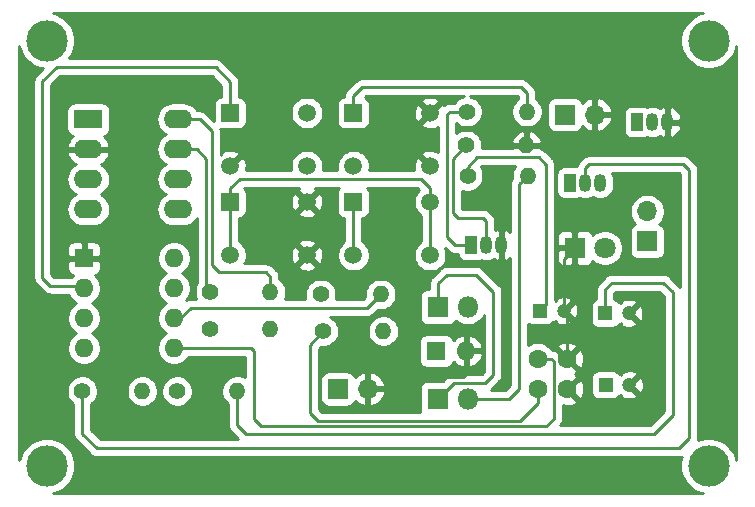
<source format=gbr>
%TF.GenerationSoftware,KiCad,Pcbnew,(5.1.12)-1*%
%TF.CreationDate,2023-08-26T19:48:31+05:30*%
%TF.ProjectId,Smart vibration sensor alaram,536d6172-7420-4766-9962-726174696f6e,rev?*%
%TF.SameCoordinates,Original*%
%TF.FileFunction,Copper,L1,Top*%
%TF.FilePolarity,Positive*%
%FSLAX46Y46*%
G04 Gerber Fmt 4.6, Leading zero omitted, Abs format (unit mm)*
G04 Created by KiCad (PCBNEW (5.1.12)-1) date 2023-08-26 19:48:31*
%MOMM*%
%LPD*%
G01*
G04 APERTURE LIST*
%TA.AperFunction,ComponentPad*%
%ADD10O,1.400000X1.400000*%
%TD*%
%TA.AperFunction,ComponentPad*%
%ADD11C,1.400000*%
%TD*%
%TA.AperFunction,ComponentPad*%
%ADD12O,2.400000X1.600000*%
%TD*%
%TA.AperFunction,ComponentPad*%
%ADD13R,2.400000X1.600000*%
%TD*%
%TA.AperFunction,ComponentPad*%
%ADD14O,1.600000X1.600000*%
%TD*%
%TA.AperFunction,ComponentPad*%
%ADD15R,1.600000X1.600000*%
%TD*%
%TA.AperFunction,ComponentPad*%
%ADD16C,1.498000*%
%TD*%
%TA.AperFunction,ComponentPad*%
%ADD17R,1.498000X1.498000*%
%TD*%
%TA.AperFunction,ComponentPad*%
%ADD18R,1.050000X1.500000*%
%TD*%
%TA.AperFunction,ComponentPad*%
%ADD19O,1.050000X1.500000*%
%TD*%
%TA.AperFunction,ComponentPad*%
%ADD20O,1.700000X1.700000*%
%TD*%
%TA.AperFunction,ComponentPad*%
%ADD21R,1.700000X1.700000*%
%TD*%
%TA.AperFunction,ComponentPad*%
%ADD22O,1.800000X1.800000*%
%TD*%
%TA.AperFunction,ComponentPad*%
%ADD23R,1.800000X1.800000*%
%TD*%
%TA.AperFunction,ComponentPad*%
%ADD24C,1.800000*%
%TD*%
%TA.AperFunction,ComponentPad*%
%ADD25C,1.200000*%
%TD*%
%TA.AperFunction,ComponentPad*%
%ADD26R,1.200000X1.200000*%
%TD*%
%TA.AperFunction,ComponentPad*%
%ADD27C,1.600000*%
%TD*%
%TA.AperFunction,ViaPad*%
%ADD28C,3.500000*%
%TD*%
%TA.AperFunction,Conductor*%
%ADD29C,0.250000*%
%TD*%
%TA.AperFunction,Conductor*%
%ADD30C,0.254000*%
%TD*%
%TA.AperFunction,Conductor*%
%ADD31C,0.100000*%
%TD*%
G04 APERTURE END LIST*
D10*
%TO.P,R7,2*%
%TO.N,Net-(D3-Pad2)*%
X141680000Y-83450000D03*
D11*
%TO.P,R7,1*%
%TO.N,Net-(C6-Pad1)*%
X136600000Y-83450000D03*
%TD*%
D12*
%TO.P,U2,8*%
%TO.N,Net-(R8-Pad2)*%
X112095001Y-78675001D03*
%TO.P,U2,4*%
%TO.N,Net-(U2-Pad4)*%
X104475001Y-86295001D03*
%TO.P,U2,7*%
%TO.N,Net-(R8-Pad1)*%
X112095001Y-81215001D03*
%TO.P,U2,3*%
%TO.N,Net-(R9-Pad2)*%
X104475001Y-83755001D03*
%TO.P,U2,6*%
%TO.N,Net-(U2-Pad6)*%
X112095001Y-83755001D03*
%TO.P,U2,2*%
%TO.N,Earth*%
X104475001Y-81215001D03*
%TO.P,U2,5*%
%TO.N,Net-(C6-Pad1)*%
X112095001Y-86295001D03*
D13*
%TO.P,U2,1*%
%TO.N,Net-(U2-Pad1)*%
X104475001Y-78675001D03*
%TD*%
D14*
%TO.P,U1,8*%
%TO.N,Net-(C4-Pad1)*%
X111745001Y-90425001D03*
%TO.P,U1,4*%
%TO.N,Net-(C3-Pad1)*%
X104125001Y-98045001D03*
%TO.P,U1,7*%
%TO.N,Net-(U1-Pad7)*%
X111745001Y-92965001D03*
%TO.P,U1,3*%
%TO.N,Net-(R6-Pad2)*%
X104125001Y-95505001D03*
%TO.P,U1,6*%
%TO.N,Net-(C1-Pad1)*%
X111745001Y-95505001D03*
%TO.P,U1,2*%
X104125001Y-92965001D03*
%TO.P,U1,5*%
%TO.N,Net-(C2-Pad1)*%
X111745001Y-98045001D03*
D15*
%TO.P,U1,1*%
%TO.N,Earth*%
X104125001Y-90425001D03*
%TD*%
D16*
%TO.P,S3,4*%
%TO.N,Earth*%
X123000001Y-90165001D03*
%TO.P,S3,2*%
%TO.N,Net-(S2-Pad3)*%
X116500001Y-90165001D03*
%TO.P,S3,3*%
%TO.N,Earth*%
X123000001Y-85665001D03*
D17*
%TO.P,S3,1*%
%TO.N,Net-(S2-Pad3)*%
X116500001Y-85665001D03*
%TD*%
D16*
%TO.P,S2,4*%
%TO.N,Net-(S2-Pad3)*%
X133420001Y-90165001D03*
%TO.P,S2,2*%
%TO.N,Net-(C4-Pad1)*%
X126920001Y-90165001D03*
%TO.P,S2,3*%
%TO.N,Net-(S2-Pad3)*%
X133420001Y-85665001D03*
D17*
%TO.P,S2,1*%
%TO.N,Net-(C4-Pad1)*%
X126920001Y-85665001D03*
%TD*%
D16*
%TO.P,S1,4*%
%TO.N,Earth*%
X133420001Y-82625001D03*
%TO.P,S1,2*%
%TO.N,Net-(R3-Pad2)*%
X126920001Y-82625001D03*
%TO.P,S1,3*%
%TO.N,Earth*%
X133420001Y-78125001D03*
D17*
%TO.P,S1,1*%
%TO.N,Net-(R3-Pad2)*%
X126920001Y-78125001D03*
%TD*%
D10*
%TO.P,R9,2*%
%TO.N,Net-(R9-Pad2)*%
X109055001Y-101675001D03*
D11*
%TO.P,R9,1*%
%TO.N,Net-(Q3-Pad2)*%
X103975001Y-101675001D03*
%TD*%
D10*
%TO.P,R8,2*%
%TO.N,Net-(R8-Pad2)*%
X119905001Y-93255001D03*
D11*
%TO.P,R8,1*%
%TO.N,Net-(R8-Pad1)*%
X114825001Y-93255001D03*
%TD*%
D10*
%TO.P,R6,2*%
%TO.N,Net-(R6-Pad2)*%
X119905001Y-96405001D03*
D11*
%TO.P,R6,1*%
%TO.N,Net-(D2-Pad1)*%
X114825001Y-96405001D03*
%TD*%
D10*
%TO.P,R5,2*%
%TO.N,Net-(C3-Pad1)*%
X117085001Y-101675001D03*
D11*
%TO.P,R5,1*%
%TO.N,Net-(C4-Pad1)*%
X112005001Y-101675001D03*
%TD*%
D10*
%TO.P,R4,2*%
%TO.N,Net-(C1-Pad1)*%
X129230000Y-93490000D03*
D11*
%TO.P,R4,1*%
%TO.N,Net-(C4-Pad1)*%
X124150000Y-93490000D03*
%TD*%
D10*
%TO.P,R3,2*%
%TO.N,Net-(R3-Pad2)*%
X141610000Y-78020000D03*
D11*
%TO.P,R3,1*%
%TO.N,Net-(C1-Pad1)*%
X136530000Y-78020000D03*
%TD*%
D10*
%TO.P,R2,2*%
%TO.N,Earth*%
X141580000Y-80870000D03*
D11*
%TO.P,R2,1*%
%TO.N,Net-(J1-Pad1)*%
X136500000Y-80870000D03*
%TD*%
D10*
%TO.P,R1,2*%
%TO.N,Net-(D1-Pad2)*%
X129470000Y-96610000D03*
D11*
%TO.P,R1,1*%
%TO.N,Net-(C4-Pad1)*%
X124390000Y-96610000D03*
%TD*%
D18*
%TO.P,Q3,1*%
%TO.N,Net-(LS1-Pad2)*%
X145280000Y-84030000D03*
D19*
%TO.P,Q3,3*%
%TO.N,Net-(Q2-Pad2)*%
X147820000Y-84030000D03*
%TO.P,Q3,2*%
%TO.N,Net-(Q3-Pad2)*%
X146550000Y-84030000D03*
%TD*%
D18*
%TO.P,Q2,1*%
%TO.N,Net-(LS1-Pad2)*%
X150970000Y-78900000D03*
D19*
%TO.P,Q2,3*%
%TO.N,Earth*%
X153510000Y-78900000D03*
%TO.P,Q2,2*%
%TO.N,Net-(Q2-Pad2)*%
X152240000Y-78900000D03*
%TD*%
D18*
%TO.P,Q1,1*%
%TO.N,Net-(C1-Pad1)*%
X136925001Y-89305001D03*
D19*
%TO.P,Q1,3*%
%TO.N,Earth*%
X139465001Y-89305001D03*
%TO.P,Q1,2*%
%TO.N,Net-(J1-Pad1)*%
X138195001Y-89305001D03*
%TD*%
D20*
%TO.P,LS1,2*%
%TO.N,Net-(LS1-Pad2)*%
X151810000Y-86460000D03*
D21*
%TO.P,LS1,1*%
%TO.N,Net-(C4-Pad1)*%
X151810000Y-89000000D03*
%TD*%
D20*
%TO.P,J2,2*%
%TO.N,Earth*%
X128160000Y-101500000D03*
D21*
%TO.P,J2,1*%
%TO.N,Net-(D2-Pad2)*%
X125620000Y-101500000D03*
%TD*%
D20*
%TO.P,J1,2*%
%TO.N,Earth*%
X147380000Y-78260000D03*
D21*
%TO.P,J1,1*%
%TO.N,Net-(J1-Pad1)*%
X144840000Y-78260000D03*
%TD*%
D14*
%TO.P,D4,2*%
%TO.N,Earth*%
X136480000Y-98280000D03*
D15*
%TO.P,D4,1*%
%TO.N,Net-(C6-Pad1)*%
X133940000Y-98280000D03*
%TD*%
D22*
%TO.P,D3,2*%
%TO.N,Net-(D3-Pad2)*%
X136630000Y-102320000D03*
D23*
%TO.P,D3,1*%
%TO.N,Net-(D2-Pad1)*%
X134090000Y-102320000D03*
%TD*%
D22*
%TO.P,D2,2*%
%TO.N,Net-(D2-Pad2)*%
X136620000Y-94580000D03*
D23*
%TO.P,D2,1*%
%TO.N,Net-(D2-Pad1)*%
X134080000Y-94580000D03*
%TD*%
D24*
%TO.P,D1,2*%
%TO.N,Net-(D1-Pad2)*%
X148220000Y-89560000D03*
D23*
%TO.P,D1,1*%
%TO.N,Earth*%
X145680000Y-89560000D03*
%TD*%
D25*
%TO.P,C6,2*%
%TO.N,Earth*%
X144720000Y-94880000D03*
D26*
%TO.P,C6,1*%
%TO.N,Net-(C6-Pad1)*%
X142720000Y-94880000D03*
%TD*%
D25*
%TO.P,C5,2*%
%TO.N,Earth*%
X150290000Y-101150000D03*
D26*
%TO.P,C5,1*%
%TO.N,Net-(C4-Pad1)*%
X148290000Y-101150000D03*
%TD*%
D27*
%TO.P,C4,2*%
%TO.N,Earth*%
X145040000Y-101510000D03*
%TO.P,C4,1*%
%TO.N,Net-(C4-Pad1)*%
X142540000Y-101510000D03*
%TD*%
D25*
%TO.P,C3,2*%
%TO.N,Earth*%
X150250000Y-95080000D03*
D26*
%TO.P,C3,1*%
%TO.N,Net-(C3-Pad1)*%
X148250000Y-95080000D03*
%TD*%
D27*
%TO.P,C2,2*%
%TO.N,Earth*%
X145020000Y-98940000D03*
%TO.P,C2,1*%
%TO.N,Net-(C2-Pad1)*%
X142520000Y-98940000D03*
%TD*%
D16*
%TO.P,C1,4*%
%TO.N,N/C*%
X123000001Y-82625001D03*
%TO.P,C1,2*%
%TO.N,Earth*%
X116500001Y-82625001D03*
%TO.P,C1,3*%
%TO.N,N/C*%
X123000001Y-78125001D03*
D17*
%TO.P,C1,1*%
%TO.N,Net-(C1-Pad1)*%
X116500001Y-78125001D03*
%TD*%
D28*
%TO.N,*%
X101000000Y-72000000D03*
X157000000Y-72000000D03*
X157000000Y-108000000D03*
X101000000Y-108000000D03*
%TD*%
D29*
%TO.N,Earth*%
X144720000Y-90520000D02*
X145680000Y-89560000D01*
X144720000Y-94880000D02*
X144720000Y-90520000D01*
X145020000Y-95180000D02*
X144720000Y-94880000D01*
X145020000Y-98940000D02*
X145020000Y-95180000D01*
X130480000Y-101500000D02*
X128160000Y-101500000D01*
X136480000Y-98280000D02*
X136480000Y-100220000D01*
X136200000Y-100500000D02*
X131480000Y-100500000D01*
X136480000Y-100220000D02*
X136200000Y-100500000D01*
X131480000Y-100500000D02*
X130480000Y-101500000D01*
%TO.N,Net-(C1-Pad1)*%
X136530000Y-78020000D02*
X135100000Y-78020000D01*
X135100000Y-78020000D02*
X134870000Y-78250000D01*
X134870000Y-78250000D02*
X134870000Y-88670000D01*
X135505001Y-89305001D02*
X136925001Y-89305001D01*
X134870000Y-88670000D02*
X135505001Y-89305001D01*
X103910000Y-92750000D02*
X104125001Y-92965001D01*
X101280000Y-92750000D02*
X103910000Y-92750000D01*
X100599990Y-92069990D02*
X101280000Y-92750000D01*
X100599990Y-75460010D02*
X100599990Y-92069990D01*
X101800000Y-74260000D02*
X100599990Y-75460010D01*
X115260000Y-74260000D02*
X101800000Y-74260000D01*
X116500001Y-75500001D02*
X115260000Y-74260000D01*
X116500001Y-78125001D02*
X116500001Y-75500001D01*
X128100000Y-94620000D02*
X129230000Y-93490000D01*
X113150000Y-94620000D02*
X128100000Y-94620000D01*
X112264999Y-95505001D02*
X113150000Y-94620000D01*
X111745001Y-95505001D02*
X112264999Y-95505001D01*
%TO.N,Net-(C2-Pad1)*%
X118255001Y-98045001D02*
X111745001Y-98045001D01*
X118520000Y-98310000D02*
X118255001Y-98045001D01*
X118520000Y-104060000D02*
X118520000Y-98310000D01*
X119120010Y-104660010D02*
X118520000Y-104060000D01*
X143269990Y-104660010D02*
X119120010Y-104660010D01*
X143900000Y-104030000D02*
X143269990Y-104660010D01*
X143900000Y-99170000D02*
X143900000Y-104030000D01*
X143670000Y-98940000D02*
X143900000Y-99170000D01*
X142520000Y-98940000D02*
X143670000Y-98940000D01*
%TO.N,Net-(C3-Pad1)*%
X117085001Y-104575001D02*
X117085001Y-101675001D01*
X152350000Y-105330000D02*
X117840000Y-105330000D01*
X153960000Y-103720000D02*
X152350000Y-105330000D01*
X117840000Y-105330000D02*
X117085001Y-104575001D01*
X153960000Y-93310000D02*
X153960000Y-103720000D01*
X153160000Y-92510000D02*
X153960000Y-93310000D01*
X148810000Y-92510000D02*
X153160000Y-92510000D01*
X148250000Y-93070000D02*
X148810000Y-92510000D01*
X148250000Y-95080000D02*
X148250000Y-93070000D01*
%TO.N,Net-(C4-Pad1)*%
X126920001Y-90165001D02*
X126920001Y-85665001D01*
X123230000Y-97770000D02*
X124390000Y-96610000D01*
X123230000Y-103520000D02*
X123230000Y-97770000D01*
X141000000Y-104210000D02*
X123920000Y-104210000D01*
X142540000Y-102670000D02*
X141000000Y-104210000D01*
X123920000Y-104210000D02*
X123230000Y-103520000D01*
X142540000Y-101510000D02*
X142540000Y-102670000D01*
%TO.N,Net-(C6-Pad1)*%
X136600000Y-83450000D02*
X136600000Y-82730000D01*
X137434999Y-81895001D02*
X142644999Y-81895001D01*
X136600000Y-82730000D02*
X137434999Y-81895001D01*
X142644999Y-81895001D02*
X143250000Y-82500002D01*
X143250000Y-94350000D02*
X142720000Y-94880000D01*
X143250000Y-82500002D02*
X143250000Y-94350000D01*
%TO.N,Net-(D2-Pad1)*%
X134090000Y-102320000D02*
X135459991Y-100950009D01*
X134820000Y-91810000D02*
X134080000Y-92550000D01*
X135459991Y-100950009D02*
X138109991Y-100950009D01*
X138109991Y-100950009D02*
X138780000Y-100280000D01*
X138780000Y-100280000D02*
X138780000Y-93270000D01*
X138780000Y-93270000D02*
X137320000Y-91810000D01*
X137320000Y-91810000D02*
X134820000Y-91810000D01*
X134080000Y-92550000D02*
X134080000Y-94580000D01*
%TO.N,Net-(D3-Pad2)*%
X140980001Y-84149999D02*
X140980001Y-101459999D01*
X141680000Y-83450000D02*
X140980001Y-84149999D01*
X140120000Y-102320000D02*
X136630000Y-102320000D01*
X140980001Y-101459999D02*
X140120000Y-102320000D01*
%TO.N,Net-(J1-Pad1)*%
X138195001Y-87275001D02*
X138195001Y-89305001D01*
X137910000Y-86990000D02*
X138195001Y-87275001D01*
X135780000Y-86990000D02*
X137910000Y-86990000D01*
X135380000Y-86590000D02*
X135780000Y-86990000D01*
X135380000Y-81990000D02*
X135380000Y-86590000D01*
X136500000Y-80870000D02*
X135380000Y-81990000D01*
%TO.N,Net-(Q3-Pad2)*%
X103975001Y-105285001D02*
X103975001Y-101675001D01*
X105210000Y-106520000D02*
X103975001Y-105285001D01*
X154530000Y-106520000D02*
X105210000Y-106520000D01*
X155360000Y-105690000D02*
X154530000Y-106520000D01*
X155360000Y-82950000D02*
X155360000Y-105690000D01*
X154850000Y-82440000D02*
X155360000Y-82950000D01*
X146910000Y-82440000D02*
X154850000Y-82440000D01*
X146550000Y-82800000D02*
X146910000Y-82440000D01*
X146550000Y-84030000D02*
X146550000Y-82800000D01*
%TO.N,Net-(R3-Pad2)*%
X141610000Y-78020000D02*
X141610000Y-76400000D01*
X141610000Y-76400000D02*
X141160000Y-75950000D01*
X141160000Y-75950000D02*
X127660000Y-75950000D01*
X126920001Y-76689999D02*
X126920001Y-78125001D01*
X127660000Y-75950000D02*
X126920001Y-76689999D01*
%TO.N,Net-(R8-Pad2)*%
X112095001Y-78675001D02*
X113925001Y-78675001D01*
X113925001Y-78675001D02*
X114930000Y-79680000D01*
X114930000Y-79680000D02*
X114930000Y-91000000D01*
X114930000Y-91000000D02*
X115560000Y-91630000D01*
X115560000Y-91630000D02*
X119550000Y-91630000D01*
X119905001Y-91985001D02*
X119905001Y-93255001D01*
X119550000Y-91630000D02*
X119905001Y-91985001D01*
%TO.N,Net-(R8-Pad1)*%
X114479990Y-92909990D02*
X114825001Y-93255001D01*
X114479990Y-82000000D02*
X114479990Y-92909990D01*
X113694991Y-81215001D02*
X114479990Y-82000000D01*
X112095001Y-81215001D02*
X113694991Y-81215001D01*
%TO.N,Net-(S2-Pad3)*%
X133420001Y-90165001D02*
X133420001Y-85665001D01*
X116500001Y-85665001D02*
X116500001Y-90165001D01*
X133420001Y-84460001D02*
X133420001Y-85665001D01*
X132659002Y-83699002D02*
X133420001Y-84460001D01*
X117300998Y-83699002D02*
X132659002Y-83699002D01*
X116500001Y-84499999D02*
X117300998Y-83699002D01*
X116500001Y-85665001D02*
X116500001Y-84499999D01*
%TD*%
D30*
%TO.N,Earth*%
X98706654Y-72695679D02*
X98886440Y-73129721D01*
X99147450Y-73520349D01*
X99479651Y-73852550D01*
X99870279Y-74113560D01*
X100304321Y-74293346D01*
X100627557Y-74357641D01*
X100088992Y-74896207D01*
X100059989Y-74920009D01*
X100027170Y-74960000D01*
X99965016Y-75035734D01*
X99894445Y-75167763D01*
X99894444Y-75167764D01*
X99850987Y-75311025D01*
X99839990Y-75422678D01*
X99839990Y-75422688D01*
X99836314Y-75460010D01*
X99839990Y-75497332D01*
X99839991Y-92032657D01*
X99836314Y-92069990D01*
X99839991Y-92107323D01*
X99850988Y-92218976D01*
X99857061Y-92238997D01*
X99894444Y-92362236D01*
X99965016Y-92494266D01*
X100027170Y-92570000D01*
X100059990Y-92609991D01*
X100088988Y-92633789D01*
X100716201Y-93261002D01*
X100739999Y-93290001D01*
X100855724Y-93384974D01*
X100987753Y-93455546D01*
X101131014Y-93499003D01*
X101242667Y-93510000D01*
X101242676Y-93510000D01*
X101279999Y-93513676D01*
X101317322Y-93510000D01*
X102797515Y-93510000D01*
X102853321Y-93644728D01*
X103010364Y-93879760D01*
X103210242Y-94079638D01*
X103442760Y-94235001D01*
X103210242Y-94390364D01*
X103010364Y-94590242D01*
X102853321Y-94825274D01*
X102745148Y-95086427D01*
X102690001Y-95363666D01*
X102690001Y-95646336D01*
X102745148Y-95923575D01*
X102853321Y-96184728D01*
X103010364Y-96419760D01*
X103210242Y-96619638D01*
X103442760Y-96775001D01*
X103210242Y-96930364D01*
X103010364Y-97130242D01*
X102853321Y-97365274D01*
X102745148Y-97626427D01*
X102690001Y-97903666D01*
X102690001Y-98186336D01*
X102745148Y-98463575D01*
X102853321Y-98724728D01*
X103010364Y-98959760D01*
X103210242Y-99159638D01*
X103445274Y-99316681D01*
X103706427Y-99424854D01*
X103983666Y-99480001D01*
X104266336Y-99480001D01*
X104543575Y-99424854D01*
X104804728Y-99316681D01*
X105039760Y-99159638D01*
X105239638Y-98959760D01*
X105396681Y-98724728D01*
X105504854Y-98463575D01*
X105560001Y-98186336D01*
X105560001Y-97903666D01*
X105504854Y-97626427D01*
X105396681Y-97365274D01*
X105239638Y-97130242D01*
X105039760Y-96930364D01*
X104807242Y-96775001D01*
X105039760Y-96619638D01*
X105239638Y-96419760D01*
X105396681Y-96184728D01*
X105504854Y-95923575D01*
X105560001Y-95646336D01*
X105560001Y-95363666D01*
X105504854Y-95086427D01*
X105396681Y-94825274D01*
X105239638Y-94590242D01*
X105039760Y-94390364D01*
X104807242Y-94235001D01*
X105039760Y-94079638D01*
X105239638Y-93879760D01*
X105396681Y-93644728D01*
X105504854Y-93383575D01*
X105560001Y-93106336D01*
X105560001Y-92823666D01*
X105504854Y-92546427D01*
X105396681Y-92285274D01*
X105239638Y-92050242D01*
X105041040Y-91851644D01*
X105049483Y-91850813D01*
X105169181Y-91814503D01*
X105279495Y-91755538D01*
X105376186Y-91676186D01*
X105455538Y-91579495D01*
X105514503Y-91469181D01*
X105550813Y-91349483D01*
X105563073Y-91225001D01*
X105560001Y-90710751D01*
X105401251Y-90552001D01*
X104252001Y-90552001D01*
X104252001Y-90572001D01*
X103998001Y-90572001D01*
X103998001Y-90552001D01*
X102848751Y-90552001D01*
X102690001Y-90710751D01*
X102686929Y-91225001D01*
X102699189Y-91349483D01*
X102735499Y-91469181D01*
X102794464Y-91579495D01*
X102873816Y-91676186D01*
X102970507Y-91755538D01*
X103080821Y-91814503D01*
X103200519Y-91850813D01*
X103208962Y-91851644D01*
X103070606Y-91990000D01*
X101594802Y-91990000D01*
X101359990Y-91755189D01*
X101359990Y-89625001D01*
X102686929Y-89625001D01*
X102690001Y-90139251D01*
X102848751Y-90298001D01*
X103998001Y-90298001D01*
X103998001Y-89148751D01*
X104252001Y-89148751D01*
X104252001Y-90298001D01*
X105401251Y-90298001D01*
X105560001Y-90139251D01*
X105563073Y-89625001D01*
X105550813Y-89500519D01*
X105514503Y-89380821D01*
X105455538Y-89270507D01*
X105376186Y-89173816D01*
X105279495Y-89094464D01*
X105169181Y-89035499D01*
X105049483Y-88999189D01*
X104925001Y-88986929D01*
X104410751Y-88990001D01*
X104252001Y-89148751D01*
X103998001Y-89148751D01*
X103839251Y-88990001D01*
X103325001Y-88986929D01*
X103200519Y-88999189D01*
X103080821Y-89035499D01*
X102970507Y-89094464D01*
X102873816Y-89173816D01*
X102794464Y-89270507D01*
X102735499Y-89380821D01*
X102699189Y-89500519D01*
X102686929Y-89625001D01*
X101359990Y-89625001D01*
X101359990Y-83755001D01*
X102633058Y-83755001D01*
X102660765Y-84036310D01*
X102742819Y-84306809D01*
X102876069Y-84556102D01*
X103055393Y-84774609D01*
X103273900Y-84953933D01*
X103406859Y-85025001D01*
X103273900Y-85096069D01*
X103055393Y-85275393D01*
X102876069Y-85493900D01*
X102742819Y-85743193D01*
X102660765Y-86013692D01*
X102633058Y-86295001D01*
X102660765Y-86576310D01*
X102742819Y-86846809D01*
X102876069Y-87096102D01*
X103055393Y-87314609D01*
X103273900Y-87493933D01*
X103523193Y-87627183D01*
X103793692Y-87709237D01*
X104004509Y-87730001D01*
X104945493Y-87730001D01*
X105156310Y-87709237D01*
X105426809Y-87627183D01*
X105676102Y-87493933D01*
X105894609Y-87314609D01*
X106073933Y-87096102D01*
X106207183Y-86846809D01*
X106289237Y-86576310D01*
X106316944Y-86295001D01*
X106289237Y-86013692D01*
X106207183Y-85743193D01*
X106073933Y-85493900D01*
X105894609Y-85275393D01*
X105676102Y-85096069D01*
X105543143Y-85025001D01*
X105676102Y-84953933D01*
X105894609Y-84774609D01*
X106073933Y-84556102D01*
X106207183Y-84306809D01*
X106289237Y-84036310D01*
X106316944Y-83755001D01*
X106289237Y-83473692D01*
X106207183Y-83203193D01*
X106073933Y-82953900D01*
X105894609Y-82735393D01*
X105676102Y-82556069D01*
X105548260Y-82487736D01*
X105777840Y-82337602D01*
X105979501Y-82139896D01*
X106138716Y-81906647D01*
X106249368Y-81646819D01*
X106266905Y-81564040D01*
X106144916Y-81342001D01*
X104602001Y-81342001D01*
X104602001Y-81362001D01*
X104348001Y-81362001D01*
X104348001Y-81342001D01*
X102805086Y-81342001D01*
X102683097Y-81564040D01*
X102700634Y-81646819D01*
X102811286Y-81906647D01*
X102970501Y-82139896D01*
X103172162Y-82337602D01*
X103401742Y-82487736D01*
X103273900Y-82556069D01*
X103055393Y-82735393D01*
X102876069Y-82953900D01*
X102742819Y-83203193D01*
X102660765Y-83473692D01*
X102633058Y-83755001D01*
X101359990Y-83755001D01*
X101359990Y-77875001D01*
X102636929Y-77875001D01*
X102636929Y-79475001D01*
X102649189Y-79599483D01*
X102685499Y-79719181D01*
X102744464Y-79829495D01*
X102823816Y-79926186D01*
X102920507Y-80005538D01*
X103030821Y-80064503D01*
X103150519Y-80100813D01*
X103162388Y-80101982D01*
X102970501Y-80290106D01*
X102811286Y-80523355D01*
X102700634Y-80783183D01*
X102683097Y-80865962D01*
X102805086Y-81088001D01*
X104348001Y-81088001D01*
X104348001Y-81068001D01*
X104602001Y-81068001D01*
X104602001Y-81088001D01*
X106144916Y-81088001D01*
X106266905Y-80865962D01*
X106249368Y-80783183D01*
X106138716Y-80523355D01*
X105979501Y-80290106D01*
X105787614Y-80101982D01*
X105799483Y-80100813D01*
X105919181Y-80064503D01*
X106029495Y-80005538D01*
X106126186Y-79926186D01*
X106205538Y-79829495D01*
X106264503Y-79719181D01*
X106300813Y-79599483D01*
X106313073Y-79475001D01*
X106313073Y-77875001D01*
X106300813Y-77750519D01*
X106264503Y-77630821D01*
X106205538Y-77520507D01*
X106126186Y-77423816D01*
X106029495Y-77344464D01*
X105919181Y-77285499D01*
X105799483Y-77249189D01*
X105675001Y-77236929D01*
X103275001Y-77236929D01*
X103150519Y-77249189D01*
X103030821Y-77285499D01*
X102920507Y-77344464D01*
X102823816Y-77423816D01*
X102744464Y-77520507D01*
X102685499Y-77630821D01*
X102649189Y-77750519D01*
X102636929Y-77875001D01*
X101359990Y-77875001D01*
X101359990Y-75774811D01*
X102114803Y-75020000D01*
X114945199Y-75020000D01*
X115740002Y-75814804D01*
X115740002Y-76739012D01*
X115626519Y-76750189D01*
X115506821Y-76786499D01*
X115396507Y-76845464D01*
X115299816Y-76924816D01*
X115220464Y-77021507D01*
X115161499Y-77131821D01*
X115125189Y-77251519D01*
X115112929Y-77376001D01*
X115112929Y-78788127D01*
X114488805Y-78164003D01*
X114465002Y-78135000D01*
X114349277Y-78040027D01*
X114217248Y-77969455D01*
X114073987Y-77925998D01*
X113962334Y-77915001D01*
X113962323Y-77915001D01*
X113925001Y-77911325D01*
X113887679Y-77915001D01*
X113715902Y-77915001D01*
X113693933Y-77873900D01*
X113514609Y-77655393D01*
X113296102Y-77476069D01*
X113046809Y-77342819D01*
X112776310Y-77260765D01*
X112565493Y-77240001D01*
X111624509Y-77240001D01*
X111413692Y-77260765D01*
X111143193Y-77342819D01*
X110893900Y-77476069D01*
X110675393Y-77655393D01*
X110496069Y-77873900D01*
X110362819Y-78123193D01*
X110280765Y-78393692D01*
X110253058Y-78675001D01*
X110280765Y-78956310D01*
X110362819Y-79226809D01*
X110496069Y-79476102D01*
X110675393Y-79694609D01*
X110893900Y-79873933D01*
X111026859Y-79945001D01*
X110893900Y-80016069D01*
X110675393Y-80195393D01*
X110496069Y-80413900D01*
X110362819Y-80663193D01*
X110280765Y-80933692D01*
X110253058Y-81215001D01*
X110280765Y-81496310D01*
X110362819Y-81766809D01*
X110496069Y-82016102D01*
X110675393Y-82234609D01*
X110893900Y-82413933D01*
X111026859Y-82485001D01*
X110893900Y-82556069D01*
X110675393Y-82735393D01*
X110496069Y-82953900D01*
X110362819Y-83203193D01*
X110280765Y-83473692D01*
X110253058Y-83755001D01*
X110280765Y-84036310D01*
X110362819Y-84306809D01*
X110496069Y-84556102D01*
X110675393Y-84774609D01*
X110893900Y-84953933D01*
X111026859Y-85025001D01*
X110893900Y-85096069D01*
X110675393Y-85275393D01*
X110496069Y-85493900D01*
X110362819Y-85743193D01*
X110280765Y-86013692D01*
X110253058Y-86295001D01*
X110280765Y-86576310D01*
X110362819Y-86846809D01*
X110496069Y-87096102D01*
X110675393Y-87314609D01*
X110893900Y-87493933D01*
X111143193Y-87627183D01*
X111413692Y-87709237D01*
X111624509Y-87730001D01*
X112565493Y-87730001D01*
X112776310Y-87709237D01*
X113046809Y-87627183D01*
X113296102Y-87493933D01*
X113514609Y-87314609D01*
X113693933Y-87096102D01*
X113719990Y-87047352D01*
X113719991Y-92505830D01*
X113641940Y-92622642D01*
X113541305Y-92865596D01*
X113490001Y-93123515D01*
X113490001Y-93386487D01*
X113541305Y-93644406D01*
X113630607Y-93860000D01*
X113187322Y-93860000D01*
X113149999Y-93856324D01*
X113112676Y-93860000D01*
X113112667Y-93860000D01*
X113001014Y-93870997D01*
X112857753Y-93914454D01*
X112787269Y-93952129D01*
X112859638Y-93879760D01*
X113016681Y-93644728D01*
X113124854Y-93383575D01*
X113180001Y-93106336D01*
X113180001Y-92823666D01*
X113124854Y-92546427D01*
X113016681Y-92285274D01*
X112859638Y-92050242D01*
X112659760Y-91850364D01*
X112427242Y-91695001D01*
X112659760Y-91539638D01*
X112859638Y-91339760D01*
X113016681Y-91104728D01*
X113124854Y-90843575D01*
X113180001Y-90566336D01*
X113180001Y-90283666D01*
X113124854Y-90006427D01*
X113016681Y-89745274D01*
X112859638Y-89510242D01*
X112659760Y-89310364D01*
X112424728Y-89153321D01*
X112163575Y-89045148D01*
X111886336Y-88990001D01*
X111603666Y-88990001D01*
X111326427Y-89045148D01*
X111065274Y-89153321D01*
X110830242Y-89310364D01*
X110630364Y-89510242D01*
X110473321Y-89745274D01*
X110365148Y-90006427D01*
X110310001Y-90283666D01*
X110310001Y-90566336D01*
X110365148Y-90843575D01*
X110473321Y-91104728D01*
X110630364Y-91339760D01*
X110830242Y-91539638D01*
X111062760Y-91695001D01*
X110830242Y-91850364D01*
X110630364Y-92050242D01*
X110473321Y-92285274D01*
X110365148Y-92546427D01*
X110310001Y-92823666D01*
X110310001Y-93106336D01*
X110365148Y-93383575D01*
X110473321Y-93644728D01*
X110630364Y-93879760D01*
X110830242Y-94079638D01*
X111062760Y-94235001D01*
X110830242Y-94390364D01*
X110630364Y-94590242D01*
X110473321Y-94825274D01*
X110365148Y-95086427D01*
X110310001Y-95363666D01*
X110310001Y-95646336D01*
X110365148Y-95923575D01*
X110473321Y-96184728D01*
X110630364Y-96419760D01*
X110830242Y-96619638D01*
X111062760Y-96775001D01*
X110830242Y-96930364D01*
X110630364Y-97130242D01*
X110473321Y-97365274D01*
X110365148Y-97626427D01*
X110310001Y-97903666D01*
X110310001Y-98186336D01*
X110365148Y-98463575D01*
X110473321Y-98724728D01*
X110630364Y-98959760D01*
X110830242Y-99159638D01*
X111065274Y-99316681D01*
X111326427Y-99424854D01*
X111603666Y-99480001D01*
X111886336Y-99480001D01*
X112163575Y-99424854D01*
X112424728Y-99316681D01*
X112659760Y-99159638D01*
X112859638Y-98959760D01*
X112963044Y-98805001D01*
X117760001Y-98805001D01*
X117760001Y-100520431D01*
X117717360Y-100491940D01*
X117474406Y-100391305D01*
X117216487Y-100340001D01*
X116953515Y-100340001D01*
X116695596Y-100391305D01*
X116452642Y-100491940D01*
X116233988Y-100638039D01*
X116048039Y-100823988D01*
X115901940Y-101042642D01*
X115801305Y-101285596D01*
X115750001Y-101543515D01*
X115750001Y-101806487D01*
X115801305Y-102064406D01*
X115901940Y-102307360D01*
X116048039Y-102526014D01*
X116233988Y-102711963D01*
X116325002Y-102772776D01*
X116325001Y-104537678D01*
X116321325Y-104575001D01*
X116325001Y-104612323D01*
X116325001Y-104612333D01*
X116335998Y-104723986D01*
X116372699Y-104844974D01*
X116379455Y-104867247D01*
X116450027Y-104999277D01*
X116481604Y-105037753D01*
X116545000Y-105115002D01*
X116574003Y-105138804D01*
X117195198Y-105760000D01*
X105524802Y-105760000D01*
X104735001Y-104970200D01*
X104735001Y-102772776D01*
X104826014Y-102711963D01*
X105011963Y-102526014D01*
X105158062Y-102307360D01*
X105258697Y-102064406D01*
X105310001Y-101806487D01*
X105310001Y-101543515D01*
X107720001Y-101543515D01*
X107720001Y-101806487D01*
X107771305Y-102064406D01*
X107871940Y-102307360D01*
X108018039Y-102526014D01*
X108203988Y-102711963D01*
X108422642Y-102858062D01*
X108665596Y-102958697D01*
X108923515Y-103010001D01*
X109186487Y-103010001D01*
X109444406Y-102958697D01*
X109687360Y-102858062D01*
X109906014Y-102711963D01*
X110091963Y-102526014D01*
X110238062Y-102307360D01*
X110338697Y-102064406D01*
X110390001Y-101806487D01*
X110390001Y-101543515D01*
X110670001Y-101543515D01*
X110670001Y-101806487D01*
X110721305Y-102064406D01*
X110821940Y-102307360D01*
X110968039Y-102526014D01*
X111153988Y-102711963D01*
X111372642Y-102858062D01*
X111615596Y-102958697D01*
X111873515Y-103010001D01*
X112136487Y-103010001D01*
X112394406Y-102958697D01*
X112637360Y-102858062D01*
X112856014Y-102711963D01*
X113041963Y-102526014D01*
X113188062Y-102307360D01*
X113288697Y-102064406D01*
X113340001Y-101806487D01*
X113340001Y-101543515D01*
X113288697Y-101285596D01*
X113188062Y-101042642D01*
X113041963Y-100823988D01*
X112856014Y-100638039D01*
X112637360Y-100491940D01*
X112394406Y-100391305D01*
X112136487Y-100340001D01*
X111873515Y-100340001D01*
X111615596Y-100391305D01*
X111372642Y-100491940D01*
X111153988Y-100638039D01*
X110968039Y-100823988D01*
X110821940Y-101042642D01*
X110721305Y-101285596D01*
X110670001Y-101543515D01*
X110390001Y-101543515D01*
X110338697Y-101285596D01*
X110238062Y-101042642D01*
X110091963Y-100823988D01*
X109906014Y-100638039D01*
X109687360Y-100491940D01*
X109444406Y-100391305D01*
X109186487Y-100340001D01*
X108923515Y-100340001D01*
X108665596Y-100391305D01*
X108422642Y-100491940D01*
X108203988Y-100638039D01*
X108018039Y-100823988D01*
X107871940Y-101042642D01*
X107771305Y-101285596D01*
X107720001Y-101543515D01*
X105310001Y-101543515D01*
X105258697Y-101285596D01*
X105158062Y-101042642D01*
X105011963Y-100823988D01*
X104826014Y-100638039D01*
X104607360Y-100491940D01*
X104364406Y-100391305D01*
X104106487Y-100340001D01*
X103843515Y-100340001D01*
X103585596Y-100391305D01*
X103342642Y-100491940D01*
X103123988Y-100638039D01*
X102938039Y-100823988D01*
X102791940Y-101042642D01*
X102691305Y-101285596D01*
X102640001Y-101543515D01*
X102640001Y-101806487D01*
X102691305Y-102064406D01*
X102791940Y-102307360D01*
X102938039Y-102526014D01*
X103123988Y-102711963D01*
X103215002Y-102772776D01*
X103215001Y-105247678D01*
X103211325Y-105285001D01*
X103215001Y-105322323D01*
X103215001Y-105322333D01*
X103225998Y-105433986D01*
X103269455Y-105577247D01*
X103340027Y-105709277D01*
X103376957Y-105754276D01*
X103435000Y-105825002D01*
X103464004Y-105848805D01*
X104646201Y-107031003D01*
X104669999Y-107060001D01*
X104785724Y-107154974D01*
X104917753Y-107225546D01*
X105061014Y-107269003D01*
X105172667Y-107280000D01*
X105172676Y-107280000D01*
X105209999Y-107283676D01*
X105247322Y-107280000D01*
X154492678Y-107280000D01*
X154530000Y-107283676D01*
X154567322Y-107280000D01*
X154567333Y-107280000D01*
X154678986Y-107269003D01*
X154727361Y-107254329D01*
X154706654Y-107304321D01*
X154615000Y-107765098D01*
X154615000Y-108234902D01*
X154706654Y-108695679D01*
X154886440Y-109129721D01*
X155147450Y-109520349D01*
X155479651Y-109852550D01*
X155870279Y-110113560D01*
X156304321Y-110293346D01*
X156538867Y-110340000D01*
X101461133Y-110340000D01*
X101695679Y-110293346D01*
X102129721Y-110113560D01*
X102520349Y-109852550D01*
X102852550Y-109520349D01*
X103113560Y-109129721D01*
X103293346Y-108695679D01*
X103385000Y-108234902D01*
X103385000Y-107765098D01*
X103293346Y-107304321D01*
X103113560Y-106870279D01*
X102852550Y-106479651D01*
X102520349Y-106147450D01*
X102129721Y-105886440D01*
X101695679Y-105706654D01*
X101234902Y-105615000D01*
X100765098Y-105615000D01*
X100304321Y-105706654D01*
X99870279Y-105886440D01*
X99479651Y-106147450D01*
X99147450Y-106479651D01*
X98886440Y-106870279D01*
X98706654Y-107304321D01*
X98660000Y-107538867D01*
X98660000Y-72461133D01*
X98706654Y-72695679D01*
%TA.AperFunction,Conductor*%
D31*
G36*
X98706654Y-72695679D02*
G01*
X98886440Y-73129721D01*
X99147450Y-73520349D01*
X99479651Y-73852550D01*
X99870279Y-74113560D01*
X100304321Y-74293346D01*
X100627557Y-74357641D01*
X100088992Y-74896207D01*
X100059989Y-74920009D01*
X100027170Y-74960000D01*
X99965016Y-75035734D01*
X99894445Y-75167763D01*
X99894444Y-75167764D01*
X99850987Y-75311025D01*
X99839990Y-75422678D01*
X99839990Y-75422688D01*
X99836314Y-75460010D01*
X99839990Y-75497332D01*
X99839991Y-92032657D01*
X99836314Y-92069990D01*
X99839991Y-92107323D01*
X99850988Y-92218976D01*
X99857061Y-92238997D01*
X99894444Y-92362236D01*
X99965016Y-92494266D01*
X100027170Y-92570000D01*
X100059990Y-92609991D01*
X100088988Y-92633789D01*
X100716201Y-93261002D01*
X100739999Y-93290001D01*
X100855724Y-93384974D01*
X100987753Y-93455546D01*
X101131014Y-93499003D01*
X101242667Y-93510000D01*
X101242676Y-93510000D01*
X101279999Y-93513676D01*
X101317322Y-93510000D01*
X102797515Y-93510000D01*
X102853321Y-93644728D01*
X103010364Y-93879760D01*
X103210242Y-94079638D01*
X103442760Y-94235001D01*
X103210242Y-94390364D01*
X103010364Y-94590242D01*
X102853321Y-94825274D01*
X102745148Y-95086427D01*
X102690001Y-95363666D01*
X102690001Y-95646336D01*
X102745148Y-95923575D01*
X102853321Y-96184728D01*
X103010364Y-96419760D01*
X103210242Y-96619638D01*
X103442760Y-96775001D01*
X103210242Y-96930364D01*
X103010364Y-97130242D01*
X102853321Y-97365274D01*
X102745148Y-97626427D01*
X102690001Y-97903666D01*
X102690001Y-98186336D01*
X102745148Y-98463575D01*
X102853321Y-98724728D01*
X103010364Y-98959760D01*
X103210242Y-99159638D01*
X103445274Y-99316681D01*
X103706427Y-99424854D01*
X103983666Y-99480001D01*
X104266336Y-99480001D01*
X104543575Y-99424854D01*
X104804728Y-99316681D01*
X105039760Y-99159638D01*
X105239638Y-98959760D01*
X105396681Y-98724728D01*
X105504854Y-98463575D01*
X105560001Y-98186336D01*
X105560001Y-97903666D01*
X105504854Y-97626427D01*
X105396681Y-97365274D01*
X105239638Y-97130242D01*
X105039760Y-96930364D01*
X104807242Y-96775001D01*
X105039760Y-96619638D01*
X105239638Y-96419760D01*
X105396681Y-96184728D01*
X105504854Y-95923575D01*
X105560001Y-95646336D01*
X105560001Y-95363666D01*
X105504854Y-95086427D01*
X105396681Y-94825274D01*
X105239638Y-94590242D01*
X105039760Y-94390364D01*
X104807242Y-94235001D01*
X105039760Y-94079638D01*
X105239638Y-93879760D01*
X105396681Y-93644728D01*
X105504854Y-93383575D01*
X105560001Y-93106336D01*
X105560001Y-92823666D01*
X105504854Y-92546427D01*
X105396681Y-92285274D01*
X105239638Y-92050242D01*
X105041040Y-91851644D01*
X105049483Y-91850813D01*
X105169181Y-91814503D01*
X105279495Y-91755538D01*
X105376186Y-91676186D01*
X105455538Y-91579495D01*
X105514503Y-91469181D01*
X105550813Y-91349483D01*
X105563073Y-91225001D01*
X105560001Y-90710751D01*
X105401251Y-90552001D01*
X104252001Y-90552001D01*
X104252001Y-90572001D01*
X103998001Y-90572001D01*
X103998001Y-90552001D01*
X102848751Y-90552001D01*
X102690001Y-90710751D01*
X102686929Y-91225001D01*
X102699189Y-91349483D01*
X102735499Y-91469181D01*
X102794464Y-91579495D01*
X102873816Y-91676186D01*
X102970507Y-91755538D01*
X103080821Y-91814503D01*
X103200519Y-91850813D01*
X103208962Y-91851644D01*
X103070606Y-91990000D01*
X101594802Y-91990000D01*
X101359990Y-91755189D01*
X101359990Y-89625001D01*
X102686929Y-89625001D01*
X102690001Y-90139251D01*
X102848751Y-90298001D01*
X103998001Y-90298001D01*
X103998001Y-89148751D01*
X104252001Y-89148751D01*
X104252001Y-90298001D01*
X105401251Y-90298001D01*
X105560001Y-90139251D01*
X105563073Y-89625001D01*
X105550813Y-89500519D01*
X105514503Y-89380821D01*
X105455538Y-89270507D01*
X105376186Y-89173816D01*
X105279495Y-89094464D01*
X105169181Y-89035499D01*
X105049483Y-88999189D01*
X104925001Y-88986929D01*
X104410751Y-88990001D01*
X104252001Y-89148751D01*
X103998001Y-89148751D01*
X103839251Y-88990001D01*
X103325001Y-88986929D01*
X103200519Y-88999189D01*
X103080821Y-89035499D01*
X102970507Y-89094464D01*
X102873816Y-89173816D01*
X102794464Y-89270507D01*
X102735499Y-89380821D01*
X102699189Y-89500519D01*
X102686929Y-89625001D01*
X101359990Y-89625001D01*
X101359990Y-83755001D01*
X102633058Y-83755001D01*
X102660765Y-84036310D01*
X102742819Y-84306809D01*
X102876069Y-84556102D01*
X103055393Y-84774609D01*
X103273900Y-84953933D01*
X103406859Y-85025001D01*
X103273900Y-85096069D01*
X103055393Y-85275393D01*
X102876069Y-85493900D01*
X102742819Y-85743193D01*
X102660765Y-86013692D01*
X102633058Y-86295001D01*
X102660765Y-86576310D01*
X102742819Y-86846809D01*
X102876069Y-87096102D01*
X103055393Y-87314609D01*
X103273900Y-87493933D01*
X103523193Y-87627183D01*
X103793692Y-87709237D01*
X104004509Y-87730001D01*
X104945493Y-87730001D01*
X105156310Y-87709237D01*
X105426809Y-87627183D01*
X105676102Y-87493933D01*
X105894609Y-87314609D01*
X106073933Y-87096102D01*
X106207183Y-86846809D01*
X106289237Y-86576310D01*
X106316944Y-86295001D01*
X106289237Y-86013692D01*
X106207183Y-85743193D01*
X106073933Y-85493900D01*
X105894609Y-85275393D01*
X105676102Y-85096069D01*
X105543143Y-85025001D01*
X105676102Y-84953933D01*
X105894609Y-84774609D01*
X106073933Y-84556102D01*
X106207183Y-84306809D01*
X106289237Y-84036310D01*
X106316944Y-83755001D01*
X106289237Y-83473692D01*
X106207183Y-83203193D01*
X106073933Y-82953900D01*
X105894609Y-82735393D01*
X105676102Y-82556069D01*
X105548260Y-82487736D01*
X105777840Y-82337602D01*
X105979501Y-82139896D01*
X106138716Y-81906647D01*
X106249368Y-81646819D01*
X106266905Y-81564040D01*
X106144916Y-81342001D01*
X104602001Y-81342001D01*
X104602001Y-81362001D01*
X104348001Y-81362001D01*
X104348001Y-81342001D01*
X102805086Y-81342001D01*
X102683097Y-81564040D01*
X102700634Y-81646819D01*
X102811286Y-81906647D01*
X102970501Y-82139896D01*
X103172162Y-82337602D01*
X103401742Y-82487736D01*
X103273900Y-82556069D01*
X103055393Y-82735393D01*
X102876069Y-82953900D01*
X102742819Y-83203193D01*
X102660765Y-83473692D01*
X102633058Y-83755001D01*
X101359990Y-83755001D01*
X101359990Y-77875001D01*
X102636929Y-77875001D01*
X102636929Y-79475001D01*
X102649189Y-79599483D01*
X102685499Y-79719181D01*
X102744464Y-79829495D01*
X102823816Y-79926186D01*
X102920507Y-80005538D01*
X103030821Y-80064503D01*
X103150519Y-80100813D01*
X103162388Y-80101982D01*
X102970501Y-80290106D01*
X102811286Y-80523355D01*
X102700634Y-80783183D01*
X102683097Y-80865962D01*
X102805086Y-81088001D01*
X104348001Y-81088001D01*
X104348001Y-81068001D01*
X104602001Y-81068001D01*
X104602001Y-81088001D01*
X106144916Y-81088001D01*
X106266905Y-80865962D01*
X106249368Y-80783183D01*
X106138716Y-80523355D01*
X105979501Y-80290106D01*
X105787614Y-80101982D01*
X105799483Y-80100813D01*
X105919181Y-80064503D01*
X106029495Y-80005538D01*
X106126186Y-79926186D01*
X106205538Y-79829495D01*
X106264503Y-79719181D01*
X106300813Y-79599483D01*
X106313073Y-79475001D01*
X106313073Y-77875001D01*
X106300813Y-77750519D01*
X106264503Y-77630821D01*
X106205538Y-77520507D01*
X106126186Y-77423816D01*
X106029495Y-77344464D01*
X105919181Y-77285499D01*
X105799483Y-77249189D01*
X105675001Y-77236929D01*
X103275001Y-77236929D01*
X103150519Y-77249189D01*
X103030821Y-77285499D01*
X102920507Y-77344464D01*
X102823816Y-77423816D01*
X102744464Y-77520507D01*
X102685499Y-77630821D01*
X102649189Y-77750519D01*
X102636929Y-77875001D01*
X101359990Y-77875001D01*
X101359990Y-75774811D01*
X102114803Y-75020000D01*
X114945199Y-75020000D01*
X115740002Y-75814804D01*
X115740002Y-76739012D01*
X115626519Y-76750189D01*
X115506821Y-76786499D01*
X115396507Y-76845464D01*
X115299816Y-76924816D01*
X115220464Y-77021507D01*
X115161499Y-77131821D01*
X115125189Y-77251519D01*
X115112929Y-77376001D01*
X115112929Y-78788127D01*
X114488805Y-78164003D01*
X114465002Y-78135000D01*
X114349277Y-78040027D01*
X114217248Y-77969455D01*
X114073987Y-77925998D01*
X113962334Y-77915001D01*
X113962323Y-77915001D01*
X113925001Y-77911325D01*
X113887679Y-77915001D01*
X113715902Y-77915001D01*
X113693933Y-77873900D01*
X113514609Y-77655393D01*
X113296102Y-77476069D01*
X113046809Y-77342819D01*
X112776310Y-77260765D01*
X112565493Y-77240001D01*
X111624509Y-77240001D01*
X111413692Y-77260765D01*
X111143193Y-77342819D01*
X110893900Y-77476069D01*
X110675393Y-77655393D01*
X110496069Y-77873900D01*
X110362819Y-78123193D01*
X110280765Y-78393692D01*
X110253058Y-78675001D01*
X110280765Y-78956310D01*
X110362819Y-79226809D01*
X110496069Y-79476102D01*
X110675393Y-79694609D01*
X110893900Y-79873933D01*
X111026859Y-79945001D01*
X110893900Y-80016069D01*
X110675393Y-80195393D01*
X110496069Y-80413900D01*
X110362819Y-80663193D01*
X110280765Y-80933692D01*
X110253058Y-81215001D01*
X110280765Y-81496310D01*
X110362819Y-81766809D01*
X110496069Y-82016102D01*
X110675393Y-82234609D01*
X110893900Y-82413933D01*
X111026859Y-82485001D01*
X110893900Y-82556069D01*
X110675393Y-82735393D01*
X110496069Y-82953900D01*
X110362819Y-83203193D01*
X110280765Y-83473692D01*
X110253058Y-83755001D01*
X110280765Y-84036310D01*
X110362819Y-84306809D01*
X110496069Y-84556102D01*
X110675393Y-84774609D01*
X110893900Y-84953933D01*
X111026859Y-85025001D01*
X110893900Y-85096069D01*
X110675393Y-85275393D01*
X110496069Y-85493900D01*
X110362819Y-85743193D01*
X110280765Y-86013692D01*
X110253058Y-86295001D01*
X110280765Y-86576310D01*
X110362819Y-86846809D01*
X110496069Y-87096102D01*
X110675393Y-87314609D01*
X110893900Y-87493933D01*
X111143193Y-87627183D01*
X111413692Y-87709237D01*
X111624509Y-87730001D01*
X112565493Y-87730001D01*
X112776310Y-87709237D01*
X113046809Y-87627183D01*
X113296102Y-87493933D01*
X113514609Y-87314609D01*
X113693933Y-87096102D01*
X113719990Y-87047352D01*
X113719991Y-92505830D01*
X113641940Y-92622642D01*
X113541305Y-92865596D01*
X113490001Y-93123515D01*
X113490001Y-93386487D01*
X113541305Y-93644406D01*
X113630607Y-93860000D01*
X113187322Y-93860000D01*
X113149999Y-93856324D01*
X113112676Y-93860000D01*
X113112667Y-93860000D01*
X113001014Y-93870997D01*
X112857753Y-93914454D01*
X112787269Y-93952129D01*
X112859638Y-93879760D01*
X113016681Y-93644728D01*
X113124854Y-93383575D01*
X113180001Y-93106336D01*
X113180001Y-92823666D01*
X113124854Y-92546427D01*
X113016681Y-92285274D01*
X112859638Y-92050242D01*
X112659760Y-91850364D01*
X112427242Y-91695001D01*
X112659760Y-91539638D01*
X112859638Y-91339760D01*
X113016681Y-91104728D01*
X113124854Y-90843575D01*
X113180001Y-90566336D01*
X113180001Y-90283666D01*
X113124854Y-90006427D01*
X113016681Y-89745274D01*
X112859638Y-89510242D01*
X112659760Y-89310364D01*
X112424728Y-89153321D01*
X112163575Y-89045148D01*
X111886336Y-88990001D01*
X111603666Y-88990001D01*
X111326427Y-89045148D01*
X111065274Y-89153321D01*
X110830242Y-89310364D01*
X110630364Y-89510242D01*
X110473321Y-89745274D01*
X110365148Y-90006427D01*
X110310001Y-90283666D01*
X110310001Y-90566336D01*
X110365148Y-90843575D01*
X110473321Y-91104728D01*
X110630364Y-91339760D01*
X110830242Y-91539638D01*
X111062760Y-91695001D01*
X110830242Y-91850364D01*
X110630364Y-92050242D01*
X110473321Y-92285274D01*
X110365148Y-92546427D01*
X110310001Y-92823666D01*
X110310001Y-93106336D01*
X110365148Y-93383575D01*
X110473321Y-93644728D01*
X110630364Y-93879760D01*
X110830242Y-94079638D01*
X111062760Y-94235001D01*
X110830242Y-94390364D01*
X110630364Y-94590242D01*
X110473321Y-94825274D01*
X110365148Y-95086427D01*
X110310001Y-95363666D01*
X110310001Y-95646336D01*
X110365148Y-95923575D01*
X110473321Y-96184728D01*
X110630364Y-96419760D01*
X110830242Y-96619638D01*
X111062760Y-96775001D01*
X110830242Y-96930364D01*
X110630364Y-97130242D01*
X110473321Y-97365274D01*
X110365148Y-97626427D01*
X110310001Y-97903666D01*
X110310001Y-98186336D01*
X110365148Y-98463575D01*
X110473321Y-98724728D01*
X110630364Y-98959760D01*
X110830242Y-99159638D01*
X111065274Y-99316681D01*
X111326427Y-99424854D01*
X111603666Y-99480001D01*
X111886336Y-99480001D01*
X112163575Y-99424854D01*
X112424728Y-99316681D01*
X112659760Y-99159638D01*
X112859638Y-98959760D01*
X112963044Y-98805001D01*
X117760001Y-98805001D01*
X117760001Y-100520431D01*
X117717360Y-100491940D01*
X117474406Y-100391305D01*
X117216487Y-100340001D01*
X116953515Y-100340001D01*
X116695596Y-100391305D01*
X116452642Y-100491940D01*
X116233988Y-100638039D01*
X116048039Y-100823988D01*
X115901940Y-101042642D01*
X115801305Y-101285596D01*
X115750001Y-101543515D01*
X115750001Y-101806487D01*
X115801305Y-102064406D01*
X115901940Y-102307360D01*
X116048039Y-102526014D01*
X116233988Y-102711963D01*
X116325002Y-102772776D01*
X116325001Y-104537678D01*
X116321325Y-104575001D01*
X116325001Y-104612323D01*
X116325001Y-104612333D01*
X116335998Y-104723986D01*
X116372699Y-104844974D01*
X116379455Y-104867247D01*
X116450027Y-104999277D01*
X116481604Y-105037753D01*
X116545000Y-105115002D01*
X116574003Y-105138804D01*
X117195198Y-105760000D01*
X105524802Y-105760000D01*
X104735001Y-104970200D01*
X104735001Y-102772776D01*
X104826014Y-102711963D01*
X105011963Y-102526014D01*
X105158062Y-102307360D01*
X105258697Y-102064406D01*
X105310001Y-101806487D01*
X105310001Y-101543515D01*
X107720001Y-101543515D01*
X107720001Y-101806487D01*
X107771305Y-102064406D01*
X107871940Y-102307360D01*
X108018039Y-102526014D01*
X108203988Y-102711963D01*
X108422642Y-102858062D01*
X108665596Y-102958697D01*
X108923515Y-103010001D01*
X109186487Y-103010001D01*
X109444406Y-102958697D01*
X109687360Y-102858062D01*
X109906014Y-102711963D01*
X110091963Y-102526014D01*
X110238062Y-102307360D01*
X110338697Y-102064406D01*
X110390001Y-101806487D01*
X110390001Y-101543515D01*
X110670001Y-101543515D01*
X110670001Y-101806487D01*
X110721305Y-102064406D01*
X110821940Y-102307360D01*
X110968039Y-102526014D01*
X111153988Y-102711963D01*
X111372642Y-102858062D01*
X111615596Y-102958697D01*
X111873515Y-103010001D01*
X112136487Y-103010001D01*
X112394406Y-102958697D01*
X112637360Y-102858062D01*
X112856014Y-102711963D01*
X113041963Y-102526014D01*
X113188062Y-102307360D01*
X113288697Y-102064406D01*
X113340001Y-101806487D01*
X113340001Y-101543515D01*
X113288697Y-101285596D01*
X113188062Y-101042642D01*
X113041963Y-100823988D01*
X112856014Y-100638039D01*
X112637360Y-100491940D01*
X112394406Y-100391305D01*
X112136487Y-100340001D01*
X111873515Y-100340001D01*
X111615596Y-100391305D01*
X111372642Y-100491940D01*
X111153988Y-100638039D01*
X110968039Y-100823988D01*
X110821940Y-101042642D01*
X110721305Y-101285596D01*
X110670001Y-101543515D01*
X110390001Y-101543515D01*
X110338697Y-101285596D01*
X110238062Y-101042642D01*
X110091963Y-100823988D01*
X109906014Y-100638039D01*
X109687360Y-100491940D01*
X109444406Y-100391305D01*
X109186487Y-100340001D01*
X108923515Y-100340001D01*
X108665596Y-100391305D01*
X108422642Y-100491940D01*
X108203988Y-100638039D01*
X108018039Y-100823988D01*
X107871940Y-101042642D01*
X107771305Y-101285596D01*
X107720001Y-101543515D01*
X105310001Y-101543515D01*
X105258697Y-101285596D01*
X105158062Y-101042642D01*
X105011963Y-100823988D01*
X104826014Y-100638039D01*
X104607360Y-100491940D01*
X104364406Y-100391305D01*
X104106487Y-100340001D01*
X103843515Y-100340001D01*
X103585596Y-100391305D01*
X103342642Y-100491940D01*
X103123988Y-100638039D01*
X102938039Y-100823988D01*
X102791940Y-101042642D01*
X102691305Y-101285596D01*
X102640001Y-101543515D01*
X102640001Y-101806487D01*
X102691305Y-102064406D01*
X102791940Y-102307360D01*
X102938039Y-102526014D01*
X103123988Y-102711963D01*
X103215002Y-102772776D01*
X103215001Y-105247678D01*
X103211325Y-105285001D01*
X103215001Y-105322323D01*
X103215001Y-105322333D01*
X103225998Y-105433986D01*
X103269455Y-105577247D01*
X103340027Y-105709277D01*
X103376957Y-105754276D01*
X103435000Y-105825002D01*
X103464004Y-105848805D01*
X104646201Y-107031003D01*
X104669999Y-107060001D01*
X104785724Y-107154974D01*
X104917753Y-107225546D01*
X105061014Y-107269003D01*
X105172667Y-107280000D01*
X105172676Y-107280000D01*
X105209999Y-107283676D01*
X105247322Y-107280000D01*
X154492678Y-107280000D01*
X154530000Y-107283676D01*
X154567322Y-107280000D01*
X154567333Y-107280000D01*
X154678986Y-107269003D01*
X154727361Y-107254329D01*
X154706654Y-107304321D01*
X154615000Y-107765098D01*
X154615000Y-108234902D01*
X154706654Y-108695679D01*
X154886440Y-109129721D01*
X155147450Y-109520349D01*
X155479651Y-109852550D01*
X155870279Y-110113560D01*
X156304321Y-110293346D01*
X156538867Y-110340000D01*
X101461133Y-110340000D01*
X101695679Y-110293346D01*
X102129721Y-110113560D01*
X102520349Y-109852550D01*
X102852550Y-109520349D01*
X103113560Y-109129721D01*
X103293346Y-108695679D01*
X103385000Y-108234902D01*
X103385000Y-107765098D01*
X103293346Y-107304321D01*
X103113560Y-106870279D01*
X102852550Y-106479651D01*
X102520349Y-106147450D01*
X102129721Y-105886440D01*
X101695679Y-105706654D01*
X101234902Y-105615000D01*
X100765098Y-105615000D01*
X100304321Y-105706654D01*
X99870279Y-105886440D01*
X99479651Y-106147450D01*
X99147450Y-106479651D01*
X98886440Y-106870279D01*
X98706654Y-107304321D01*
X98660000Y-107538867D01*
X98660000Y-72461133D01*
X98706654Y-72695679D01*
G37*
%TD.AperFunction*%
D30*
X156304321Y-69706654D02*
X155870279Y-69886440D01*
X155479651Y-70147450D01*
X155147450Y-70479651D01*
X154886440Y-70870279D01*
X154706654Y-71304321D01*
X154615000Y-71765098D01*
X154615000Y-72234902D01*
X154706654Y-72695679D01*
X154886440Y-73129721D01*
X155147450Y-73520349D01*
X155479651Y-73852550D01*
X155870279Y-74113560D01*
X156304321Y-74293346D01*
X156765098Y-74385000D01*
X157234902Y-74385000D01*
X157695679Y-74293346D01*
X158129721Y-74113560D01*
X158520349Y-73852550D01*
X158852550Y-73520349D01*
X159113560Y-73129721D01*
X159293346Y-72695679D01*
X159340000Y-72461133D01*
X159340001Y-107538872D01*
X159293346Y-107304321D01*
X159113560Y-106870279D01*
X158852550Y-106479651D01*
X158520349Y-106147450D01*
X158129721Y-105886440D01*
X157695679Y-105706654D01*
X157234902Y-105615000D01*
X156765098Y-105615000D01*
X156304321Y-105706654D01*
X156114284Y-105785370D01*
X156120000Y-105727333D01*
X156120000Y-105727324D01*
X156123676Y-105690001D01*
X156120000Y-105652678D01*
X156120000Y-82987323D01*
X156123676Y-82950000D01*
X156120000Y-82912677D01*
X156120000Y-82912667D01*
X156109003Y-82801014D01*
X156065546Y-82657753D01*
X156050304Y-82629237D01*
X155994974Y-82525723D01*
X155943226Y-82462669D01*
X155900001Y-82409999D01*
X155870998Y-82386197D01*
X155413804Y-81929003D01*
X155390001Y-81899999D01*
X155274276Y-81805026D01*
X155142247Y-81734454D01*
X154998986Y-81690997D01*
X154887333Y-81680000D01*
X154887322Y-81680000D01*
X154850000Y-81676324D01*
X154812678Y-81680000D01*
X146947323Y-81680000D01*
X146910000Y-81676324D01*
X146872677Y-81680000D01*
X146872667Y-81680000D01*
X146761014Y-81690997D01*
X146617753Y-81734454D01*
X146485724Y-81805026D01*
X146369999Y-81899999D01*
X146346196Y-81929003D01*
X146038998Y-82236201D01*
X146010000Y-82259999D01*
X145986202Y-82288997D01*
X145986201Y-82288998D01*
X145915026Y-82375724D01*
X145844454Y-82507754D01*
X145819814Y-82588985D01*
X145803754Y-82641928D01*
X144755000Y-82641928D01*
X144630518Y-82654188D01*
X144510820Y-82690498D01*
X144400506Y-82749463D01*
X144303815Y-82828815D01*
X144224463Y-82925506D01*
X144165498Y-83035820D01*
X144129188Y-83155518D01*
X144116928Y-83280000D01*
X144116928Y-84780000D01*
X144129188Y-84904482D01*
X144165498Y-85024180D01*
X144224463Y-85134494D01*
X144303815Y-85231185D01*
X144400506Y-85310537D01*
X144510820Y-85369502D01*
X144630518Y-85405812D01*
X144755000Y-85418072D01*
X145805000Y-85418072D01*
X145929482Y-85405812D01*
X146049180Y-85369502D01*
X146113902Y-85334907D01*
X146322601Y-85398215D01*
X146550000Y-85420612D01*
X146777400Y-85398215D01*
X146996060Y-85331885D01*
X147185001Y-85230894D01*
X147373941Y-85331885D01*
X147592601Y-85398215D01*
X147820000Y-85420612D01*
X148047400Y-85398215D01*
X148266060Y-85331885D01*
X148467579Y-85224171D01*
X148644212Y-85079212D01*
X148789171Y-84902579D01*
X148896885Y-84701059D01*
X148963215Y-84482399D01*
X148980000Y-84311978D01*
X148980000Y-83748021D01*
X148963215Y-83577600D01*
X148896885Y-83358940D01*
X148811930Y-83200000D01*
X154535199Y-83200000D01*
X154600000Y-83264801D01*
X154600000Y-92895128D01*
X154594974Y-92885724D01*
X154500001Y-92769999D01*
X154471004Y-92746202D01*
X153723803Y-91999002D01*
X153700001Y-91969999D01*
X153584276Y-91875026D01*
X153452247Y-91804454D01*
X153308986Y-91760997D01*
X153197333Y-91750000D01*
X153197322Y-91750000D01*
X153160000Y-91746324D01*
X153122678Y-91750000D01*
X148847333Y-91750000D01*
X148810000Y-91746323D01*
X148772667Y-91750000D01*
X148661014Y-91760997D01*
X148517753Y-91804454D01*
X148385724Y-91875026D01*
X148269999Y-91969999D01*
X148246200Y-91998998D01*
X147738998Y-92506201D01*
X147710000Y-92529999D01*
X147686202Y-92558997D01*
X147686201Y-92558998D01*
X147615026Y-92645724D01*
X147544454Y-92777754D01*
X147500998Y-92921015D01*
X147486324Y-93070000D01*
X147490001Y-93107332D01*
X147490001Y-93864962D01*
X147405820Y-93890498D01*
X147295506Y-93949463D01*
X147198815Y-94028815D01*
X147119463Y-94125506D01*
X147060498Y-94235820D01*
X147024188Y-94355518D01*
X147011928Y-94480000D01*
X147011928Y-95680000D01*
X147024188Y-95804482D01*
X147060498Y-95924180D01*
X147119463Y-96034494D01*
X147198815Y-96131185D01*
X147295506Y-96210537D01*
X147405820Y-96269502D01*
X147525518Y-96305812D01*
X147650000Y-96318072D01*
X148850000Y-96318072D01*
X148974482Y-96305812D01*
X149094180Y-96269502D01*
X149204494Y-96210537D01*
X149301185Y-96131185D01*
X149380537Y-96034494D01*
X149404858Y-95988994D01*
X149462736Y-96046872D01*
X149579842Y-95929766D01*
X149627148Y-96153348D01*
X149848516Y-96254237D01*
X150085313Y-96310000D01*
X150328438Y-96318495D01*
X150568549Y-96279395D01*
X150796418Y-96194202D01*
X150872852Y-96153348D01*
X150920159Y-95929764D01*
X150250000Y-95259605D01*
X150235858Y-95273748D01*
X150056253Y-95094143D01*
X150070395Y-95080000D01*
X150429605Y-95080000D01*
X151099764Y-95750159D01*
X151323348Y-95702852D01*
X151424237Y-95481484D01*
X151480000Y-95244687D01*
X151488495Y-95001562D01*
X151449395Y-94761451D01*
X151364202Y-94533582D01*
X151323348Y-94457148D01*
X151099764Y-94409841D01*
X150429605Y-95080000D01*
X150070395Y-95080000D01*
X150056253Y-95065858D01*
X150235858Y-94886253D01*
X150250000Y-94900395D01*
X150920159Y-94230236D01*
X150872852Y-94006652D01*
X150651484Y-93905763D01*
X150414687Y-93850000D01*
X150171562Y-93841505D01*
X149931451Y-93880605D01*
X149703582Y-93965798D01*
X149627148Y-94006652D01*
X149579842Y-94230234D01*
X149462736Y-94113128D01*
X149404858Y-94171006D01*
X149380537Y-94125506D01*
X149301185Y-94028815D01*
X149204494Y-93949463D01*
X149094180Y-93890498D01*
X149010000Y-93864962D01*
X149010000Y-93384801D01*
X149124802Y-93270000D01*
X152845199Y-93270000D01*
X153200000Y-93624802D01*
X153200001Y-103405197D01*
X152035199Y-104570000D01*
X144440002Y-104570000D01*
X144534974Y-104454276D01*
X144605546Y-104322247D01*
X144649003Y-104178986D01*
X144660000Y-104067333D01*
X144660000Y-104067325D01*
X144663676Y-104030000D01*
X144660000Y-103992675D01*
X144660000Y-102894142D01*
X144828184Y-102936300D01*
X145110512Y-102950217D01*
X145390130Y-102908787D01*
X145656292Y-102813603D01*
X145781514Y-102746671D01*
X145853097Y-102502702D01*
X145040000Y-101689605D01*
X145025858Y-101703748D01*
X144846253Y-101524143D01*
X144860395Y-101510000D01*
X145219605Y-101510000D01*
X146032702Y-102323097D01*
X146276671Y-102251514D01*
X146397571Y-101996004D01*
X146466300Y-101721816D01*
X146480217Y-101439488D01*
X146438787Y-101159870D01*
X146343603Y-100893708D01*
X146276671Y-100768486D01*
X146032702Y-100696903D01*
X145219605Y-101510000D01*
X144860395Y-101510000D01*
X144846253Y-101495858D01*
X145025858Y-101316253D01*
X145040000Y-101330395D01*
X145820395Y-100550000D01*
X147051928Y-100550000D01*
X147051928Y-101750000D01*
X147064188Y-101874482D01*
X147100498Y-101994180D01*
X147159463Y-102104494D01*
X147238815Y-102201185D01*
X147335506Y-102280537D01*
X147445820Y-102339502D01*
X147565518Y-102375812D01*
X147690000Y-102388072D01*
X148890000Y-102388072D01*
X149014482Y-102375812D01*
X149134180Y-102339502D01*
X149244494Y-102280537D01*
X149341185Y-102201185D01*
X149420537Y-102104494D01*
X149444858Y-102058994D01*
X149502736Y-102116872D01*
X149619842Y-101999766D01*
X149667148Y-102223348D01*
X149888516Y-102324237D01*
X150125313Y-102380000D01*
X150368438Y-102388495D01*
X150608549Y-102349395D01*
X150836418Y-102264202D01*
X150912852Y-102223348D01*
X150960159Y-101999764D01*
X150290000Y-101329605D01*
X150275858Y-101343748D01*
X150096253Y-101164143D01*
X150110395Y-101150000D01*
X150469605Y-101150000D01*
X151139764Y-101820159D01*
X151363348Y-101772852D01*
X151464237Y-101551484D01*
X151520000Y-101314687D01*
X151528495Y-101071562D01*
X151489395Y-100831451D01*
X151404202Y-100603582D01*
X151363348Y-100527148D01*
X151139764Y-100479841D01*
X150469605Y-101150000D01*
X150110395Y-101150000D01*
X150096253Y-101135858D01*
X150275858Y-100956253D01*
X150290000Y-100970395D01*
X150960159Y-100300236D01*
X150912852Y-100076652D01*
X150691484Y-99975763D01*
X150454687Y-99920000D01*
X150211562Y-99911505D01*
X149971451Y-99950605D01*
X149743582Y-100035798D01*
X149667148Y-100076652D01*
X149619842Y-100300234D01*
X149502736Y-100183128D01*
X149444858Y-100241006D01*
X149420537Y-100195506D01*
X149341185Y-100098815D01*
X149244494Y-100019463D01*
X149134180Y-99960498D01*
X149014482Y-99924188D01*
X148890000Y-99911928D01*
X147690000Y-99911928D01*
X147565518Y-99924188D01*
X147445820Y-99960498D01*
X147335506Y-100019463D01*
X147238815Y-100098815D01*
X147159463Y-100195506D01*
X147100498Y-100305820D01*
X147064188Y-100425518D01*
X147051928Y-100550000D01*
X145820395Y-100550000D01*
X145853097Y-100517298D01*
X145781514Y-100273329D01*
X145674984Y-100222922D01*
X145761514Y-100176671D01*
X145833097Y-99932702D01*
X145020000Y-99119605D01*
X145005858Y-99133748D01*
X144826253Y-98954143D01*
X144840395Y-98940000D01*
X145199605Y-98940000D01*
X146012702Y-99753097D01*
X146256671Y-99681514D01*
X146377571Y-99426004D01*
X146446300Y-99151816D01*
X146460217Y-98869488D01*
X146418787Y-98589870D01*
X146323603Y-98323708D01*
X146256671Y-98198486D01*
X146012702Y-98126903D01*
X145199605Y-98940000D01*
X144840395Y-98940000D01*
X144027298Y-98126903D01*
X143811400Y-98190250D01*
X143740207Y-98183238D01*
X143634637Y-98025241D01*
X143556694Y-97947298D01*
X144206903Y-97947298D01*
X145020000Y-98760395D01*
X145833097Y-97947298D01*
X145761514Y-97703329D01*
X145506004Y-97582429D01*
X145231816Y-97513700D01*
X144949488Y-97499783D01*
X144669870Y-97541213D01*
X144403708Y-97636397D01*
X144278486Y-97703329D01*
X144206903Y-97947298D01*
X143556694Y-97947298D01*
X143434759Y-97825363D01*
X143199727Y-97668320D01*
X142938574Y-97560147D01*
X142661335Y-97505000D01*
X142378665Y-97505000D01*
X142101426Y-97560147D01*
X141840273Y-97668320D01*
X141740001Y-97735319D01*
X141740001Y-95989606D01*
X141765506Y-96010537D01*
X141875820Y-96069502D01*
X141995518Y-96105812D01*
X142120000Y-96118072D01*
X143320000Y-96118072D01*
X143444482Y-96105812D01*
X143564180Y-96069502D01*
X143674494Y-96010537D01*
X143771185Y-95931185D01*
X143850537Y-95834494D01*
X143874858Y-95788994D01*
X143932736Y-95846872D01*
X144049842Y-95729766D01*
X144097148Y-95953348D01*
X144318516Y-96054237D01*
X144555313Y-96110000D01*
X144798438Y-96118495D01*
X145038549Y-96079395D01*
X145266418Y-95994202D01*
X145342852Y-95953348D01*
X145390159Y-95729764D01*
X144720000Y-95059605D01*
X144705858Y-95073748D01*
X144526253Y-94894143D01*
X144540395Y-94880000D01*
X144899605Y-94880000D01*
X145569764Y-95550159D01*
X145793348Y-95502852D01*
X145894237Y-95281484D01*
X145950000Y-95044687D01*
X145958495Y-94801562D01*
X145919395Y-94561451D01*
X145834202Y-94333582D01*
X145793348Y-94257148D01*
X145569764Y-94209841D01*
X144899605Y-94880000D01*
X144540395Y-94880000D01*
X144526253Y-94865858D01*
X144705858Y-94686253D01*
X144720000Y-94700395D01*
X145390159Y-94030236D01*
X145342852Y-93806652D01*
X145121484Y-93705763D01*
X144884687Y-93650000D01*
X144641562Y-93641505D01*
X144401451Y-93680605D01*
X144173582Y-93765798D01*
X144097148Y-93806652D01*
X144049842Y-94030234D01*
X144010000Y-93990392D01*
X144010000Y-90460000D01*
X144141928Y-90460000D01*
X144154188Y-90584482D01*
X144190498Y-90704180D01*
X144249463Y-90814494D01*
X144328815Y-90911185D01*
X144425506Y-90990537D01*
X144535820Y-91049502D01*
X144655518Y-91085812D01*
X144780000Y-91098072D01*
X145394250Y-91095000D01*
X145553000Y-90936250D01*
X145553000Y-89687000D01*
X144303750Y-89687000D01*
X144145000Y-89845750D01*
X144141928Y-90460000D01*
X144010000Y-90460000D01*
X144010000Y-88660000D01*
X144141928Y-88660000D01*
X144145000Y-89274250D01*
X144303750Y-89433000D01*
X145553000Y-89433000D01*
X145553000Y-88183750D01*
X145807000Y-88183750D01*
X145807000Y-89433000D01*
X145827000Y-89433000D01*
X145827000Y-89687000D01*
X145807000Y-89687000D01*
X145807000Y-90936250D01*
X145965750Y-91095000D01*
X146580000Y-91098072D01*
X146704482Y-91085812D01*
X146824180Y-91049502D01*
X146934494Y-90990537D01*
X147031185Y-90911185D01*
X147110537Y-90814494D01*
X147169502Y-90704180D01*
X147175056Y-90685873D01*
X147241495Y-90752312D01*
X147492905Y-90920299D01*
X147772257Y-91036011D01*
X148068816Y-91095000D01*
X148371184Y-91095000D01*
X148667743Y-91036011D01*
X148947095Y-90920299D01*
X149198505Y-90752312D01*
X149412312Y-90538505D01*
X149580299Y-90287095D01*
X149696011Y-90007743D01*
X149755000Y-89711184D01*
X149755000Y-89408816D01*
X149696011Y-89112257D01*
X149580299Y-88832905D01*
X149412312Y-88581495D01*
X149198505Y-88367688D01*
X148947095Y-88199701D01*
X148827107Y-88150000D01*
X150321928Y-88150000D01*
X150321928Y-89850000D01*
X150334188Y-89974482D01*
X150370498Y-90094180D01*
X150429463Y-90204494D01*
X150508815Y-90301185D01*
X150605506Y-90380537D01*
X150715820Y-90439502D01*
X150835518Y-90475812D01*
X150960000Y-90488072D01*
X152660000Y-90488072D01*
X152784482Y-90475812D01*
X152904180Y-90439502D01*
X153014494Y-90380537D01*
X153111185Y-90301185D01*
X153190537Y-90204494D01*
X153249502Y-90094180D01*
X153285812Y-89974482D01*
X153298072Y-89850000D01*
X153298072Y-88150000D01*
X153285812Y-88025518D01*
X153249502Y-87905820D01*
X153190537Y-87795506D01*
X153111185Y-87698815D01*
X153014494Y-87619463D01*
X152904180Y-87560498D01*
X152831620Y-87538487D01*
X152963475Y-87406632D01*
X153125990Y-87163411D01*
X153237932Y-86893158D01*
X153295000Y-86606260D01*
X153295000Y-86313740D01*
X153237932Y-86026842D01*
X153125990Y-85756589D01*
X152963475Y-85513368D01*
X152756632Y-85306525D01*
X152513411Y-85144010D01*
X152243158Y-85032068D01*
X151956260Y-84975000D01*
X151663740Y-84975000D01*
X151376842Y-85032068D01*
X151106589Y-85144010D01*
X150863368Y-85306525D01*
X150656525Y-85513368D01*
X150494010Y-85756589D01*
X150382068Y-86026842D01*
X150325000Y-86313740D01*
X150325000Y-86606260D01*
X150382068Y-86893158D01*
X150494010Y-87163411D01*
X150656525Y-87406632D01*
X150788380Y-87538487D01*
X150715820Y-87560498D01*
X150605506Y-87619463D01*
X150508815Y-87698815D01*
X150429463Y-87795506D01*
X150370498Y-87905820D01*
X150334188Y-88025518D01*
X150321928Y-88150000D01*
X148827107Y-88150000D01*
X148667743Y-88083989D01*
X148371184Y-88025000D01*
X148068816Y-88025000D01*
X147772257Y-88083989D01*
X147492905Y-88199701D01*
X147241495Y-88367688D01*
X147175056Y-88434127D01*
X147169502Y-88415820D01*
X147110537Y-88305506D01*
X147031185Y-88208815D01*
X146934494Y-88129463D01*
X146824180Y-88070498D01*
X146704482Y-88034188D01*
X146580000Y-88021928D01*
X145965750Y-88025000D01*
X145807000Y-88183750D01*
X145553000Y-88183750D01*
X145394250Y-88025000D01*
X144780000Y-88021928D01*
X144655518Y-88034188D01*
X144535820Y-88070498D01*
X144425506Y-88129463D01*
X144328815Y-88208815D01*
X144249463Y-88305506D01*
X144190498Y-88415820D01*
X144154188Y-88535518D01*
X144141928Y-88660000D01*
X144010000Y-88660000D01*
X144010000Y-82537335D01*
X144013677Y-82500002D01*
X143999003Y-82351016D01*
X143955546Y-82207755D01*
X143884974Y-82075726D01*
X143822826Y-81999999D01*
X143790001Y-81960001D01*
X143761004Y-81936204D01*
X143208802Y-81384003D01*
X143185000Y-81355000D01*
X143069275Y-81260027D01*
X142937246Y-81189455D01*
X142848292Y-81162471D01*
X142749374Y-80997000D01*
X141707000Y-80997000D01*
X141707000Y-81017000D01*
X141453000Y-81017000D01*
X141453000Y-80997000D01*
X140410626Y-80997000D01*
X140328130Y-81135001D01*
X137808442Y-81135001D01*
X137835000Y-81001486D01*
X137835000Y-80738514D01*
X137794851Y-80536671D01*
X140287284Y-80536671D01*
X140410626Y-80743000D01*
X141453000Y-80743000D01*
X141453000Y-79699799D01*
X141707000Y-79699799D01*
X141707000Y-80743000D01*
X142749374Y-80743000D01*
X142872716Y-80536671D01*
X142840047Y-80428956D01*
X142729792Y-80191608D01*
X142575351Y-79980330D01*
X142382660Y-79803241D01*
X142159123Y-79667147D01*
X141913330Y-79577278D01*
X141707000Y-79699799D01*
X141453000Y-79699799D01*
X141246670Y-79577278D01*
X141000877Y-79667147D01*
X140777340Y-79803241D01*
X140584649Y-79980330D01*
X140430208Y-80191608D01*
X140319953Y-80428956D01*
X140287284Y-80536671D01*
X137794851Y-80536671D01*
X137783696Y-80480595D01*
X137683061Y-80237641D01*
X137536962Y-80018987D01*
X137351013Y-79833038D01*
X137132359Y-79686939D01*
X136889405Y-79586304D01*
X136631486Y-79535000D01*
X136368514Y-79535000D01*
X136110595Y-79586304D01*
X135867641Y-79686939D01*
X135648987Y-79833038D01*
X135630000Y-79852025D01*
X135630000Y-79007975D01*
X135678987Y-79056962D01*
X135897641Y-79203061D01*
X136140595Y-79303696D01*
X136398514Y-79355000D01*
X136661486Y-79355000D01*
X136919405Y-79303696D01*
X137162359Y-79203061D01*
X137381013Y-79056962D01*
X137566962Y-78871013D01*
X137713061Y-78652359D01*
X137813696Y-78409405D01*
X137865000Y-78151486D01*
X137865000Y-77888514D01*
X137813696Y-77630595D01*
X137713061Y-77387641D01*
X137566962Y-77168987D01*
X137381013Y-76983038D01*
X137162359Y-76836939D01*
X136919405Y-76736304D01*
X136787168Y-76710000D01*
X140845199Y-76710000D01*
X140850001Y-76714802D01*
X140850001Y-76922225D01*
X140758987Y-76983038D01*
X140573038Y-77168987D01*
X140426939Y-77387641D01*
X140326304Y-77630595D01*
X140275000Y-77888514D01*
X140275000Y-78151486D01*
X140326304Y-78409405D01*
X140426939Y-78652359D01*
X140573038Y-78871013D01*
X140758987Y-79056962D01*
X140977641Y-79203061D01*
X141220595Y-79303696D01*
X141478514Y-79355000D01*
X141741486Y-79355000D01*
X141999405Y-79303696D01*
X142242359Y-79203061D01*
X142461013Y-79056962D01*
X142646962Y-78871013D01*
X142793061Y-78652359D01*
X142893696Y-78409405D01*
X142945000Y-78151486D01*
X142945000Y-77888514D01*
X142893696Y-77630595D01*
X142802323Y-77410000D01*
X143351928Y-77410000D01*
X143351928Y-79110000D01*
X143364188Y-79234482D01*
X143400498Y-79354180D01*
X143459463Y-79464494D01*
X143538815Y-79561185D01*
X143635506Y-79640537D01*
X143745820Y-79699502D01*
X143865518Y-79735812D01*
X143990000Y-79748072D01*
X145690000Y-79748072D01*
X145814482Y-79735812D01*
X145934180Y-79699502D01*
X146044494Y-79640537D01*
X146141185Y-79561185D01*
X146220537Y-79464494D01*
X146279502Y-79354180D01*
X146303966Y-79273534D01*
X146379731Y-79357588D01*
X146613080Y-79531641D01*
X146875901Y-79656825D01*
X147023110Y-79701476D01*
X147253000Y-79580155D01*
X147253000Y-78387000D01*
X147507000Y-78387000D01*
X147507000Y-79580155D01*
X147736890Y-79701476D01*
X147884099Y-79656825D01*
X148146920Y-79531641D01*
X148380269Y-79357588D01*
X148575178Y-79141355D01*
X148724157Y-78891252D01*
X148821481Y-78616891D01*
X148700814Y-78387000D01*
X147507000Y-78387000D01*
X147253000Y-78387000D01*
X147233000Y-78387000D01*
X147233000Y-78150000D01*
X149806928Y-78150000D01*
X149806928Y-79650000D01*
X149819188Y-79774482D01*
X149855498Y-79894180D01*
X149914463Y-80004494D01*
X149993815Y-80101185D01*
X150090506Y-80180537D01*
X150200820Y-80239502D01*
X150320518Y-80275812D01*
X150445000Y-80288072D01*
X151495000Y-80288072D01*
X151619482Y-80275812D01*
X151739180Y-80239502D01*
X151803902Y-80204907D01*
X152012601Y-80268215D01*
X152240000Y-80290612D01*
X152467400Y-80268215D01*
X152686060Y-80201885D01*
X152874669Y-80101071D01*
X152933118Y-80142275D01*
X153142663Y-80235272D01*
X153204190Y-80243964D01*
X153383000Y-80118163D01*
X153383000Y-79353108D01*
X153383215Y-79352399D01*
X153400000Y-79181978D01*
X153400000Y-79027000D01*
X153637000Y-79027000D01*
X153637000Y-80118163D01*
X153815810Y-80243964D01*
X153877337Y-80235272D01*
X154086882Y-80142275D01*
X154274258Y-80010184D01*
X154432264Y-79844076D01*
X154554828Y-79650334D01*
X154637239Y-79436404D01*
X154676331Y-79210507D01*
X154516598Y-79027000D01*
X153637000Y-79027000D01*
X153400000Y-79027000D01*
X153400000Y-78618021D01*
X153383215Y-78447600D01*
X153383000Y-78446891D01*
X153383000Y-77681837D01*
X153637000Y-77681837D01*
X153637000Y-78773000D01*
X154516598Y-78773000D01*
X154676331Y-78589493D01*
X154637239Y-78363596D01*
X154554828Y-78149666D01*
X154432264Y-77955924D01*
X154274258Y-77789816D01*
X154086882Y-77657725D01*
X153877337Y-77564728D01*
X153815810Y-77556036D01*
X153637000Y-77681837D01*
X153383000Y-77681837D01*
X153204190Y-77556036D01*
X153142663Y-77564728D01*
X152933118Y-77657725D01*
X152874669Y-77698929D01*
X152686059Y-77598115D01*
X152467399Y-77531785D01*
X152240000Y-77509388D01*
X152012600Y-77531785D01*
X151803902Y-77595093D01*
X151739180Y-77560498D01*
X151619482Y-77524188D01*
X151495000Y-77511928D01*
X150445000Y-77511928D01*
X150320518Y-77524188D01*
X150200820Y-77560498D01*
X150090506Y-77619463D01*
X149993815Y-77698815D01*
X149914463Y-77795506D01*
X149855498Y-77905820D01*
X149819188Y-78025518D01*
X149806928Y-78150000D01*
X147233000Y-78150000D01*
X147233000Y-78133000D01*
X147253000Y-78133000D01*
X147253000Y-76939845D01*
X147507000Y-76939845D01*
X147507000Y-78133000D01*
X148700814Y-78133000D01*
X148821481Y-77903109D01*
X148724157Y-77628748D01*
X148575178Y-77378645D01*
X148380269Y-77162412D01*
X148146920Y-76988359D01*
X147884099Y-76863175D01*
X147736890Y-76818524D01*
X147507000Y-76939845D01*
X147253000Y-76939845D01*
X147023110Y-76818524D01*
X146875901Y-76863175D01*
X146613080Y-76988359D01*
X146379731Y-77162412D01*
X146303966Y-77246466D01*
X146279502Y-77165820D01*
X146220537Y-77055506D01*
X146141185Y-76958815D01*
X146044494Y-76879463D01*
X145934180Y-76820498D01*
X145814482Y-76784188D01*
X145690000Y-76771928D01*
X143990000Y-76771928D01*
X143865518Y-76784188D01*
X143745820Y-76820498D01*
X143635506Y-76879463D01*
X143538815Y-76958815D01*
X143459463Y-77055506D01*
X143400498Y-77165820D01*
X143364188Y-77285518D01*
X143351928Y-77410000D01*
X142802323Y-77410000D01*
X142793061Y-77387641D01*
X142646962Y-77168987D01*
X142461013Y-76983038D01*
X142370000Y-76922225D01*
X142370000Y-76437322D01*
X142373676Y-76399999D01*
X142370000Y-76362676D01*
X142370000Y-76362667D01*
X142359003Y-76251014D01*
X142315546Y-76107753D01*
X142279332Y-76040002D01*
X142244974Y-75975723D01*
X142202752Y-75924276D01*
X142150001Y-75859999D01*
X142120997Y-75836196D01*
X141723804Y-75439003D01*
X141700001Y-75409999D01*
X141584276Y-75315026D01*
X141452247Y-75244454D01*
X141308986Y-75200997D01*
X141197333Y-75190000D01*
X141197322Y-75190000D01*
X141160000Y-75186324D01*
X141122678Y-75190000D01*
X127697333Y-75190000D01*
X127660000Y-75186323D01*
X127622667Y-75190000D01*
X127511014Y-75200997D01*
X127367753Y-75244454D01*
X127235724Y-75315026D01*
X127119999Y-75409999D01*
X127096201Y-75438998D01*
X126409003Y-76126196D01*
X126380000Y-76149998D01*
X126334413Y-76205547D01*
X126285027Y-76265723D01*
X126233209Y-76362667D01*
X126214455Y-76397753D01*
X126170998Y-76541014D01*
X126160001Y-76652667D01*
X126160001Y-76652677D01*
X126156325Y-76689999D01*
X126160001Y-76727322D01*
X126160001Y-76739012D01*
X126046519Y-76750189D01*
X125926821Y-76786499D01*
X125816507Y-76845464D01*
X125719816Y-76924816D01*
X125640464Y-77021507D01*
X125581499Y-77131821D01*
X125545189Y-77251519D01*
X125532929Y-77376001D01*
X125532929Y-78874001D01*
X125545189Y-78998483D01*
X125581499Y-79118181D01*
X125640464Y-79228495D01*
X125719816Y-79325186D01*
X125816507Y-79404538D01*
X125926821Y-79463503D01*
X126046519Y-79499813D01*
X126171001Y-79512073D01*
X127669001Y-79512073D01*
X127793483Y-79499813D01*
X127913181Y-79463503D01*
X128023495Y-79404538D01*
X128120186Y-79325186D01*
X128199538Y-79228495D01*
X128258503Y-79118181D01*
X128294813Y-78998483D01*
X128307073Y-78874001D01*
X128307073Y-78197532D01*
X132031196Y-78197532D01*
X132072031Y-78467082D01*
X132164669Y-78723485D01*
X132224956Y-78836272D01*
X132463722Y-78901675D01*
X133240396Y-78125001D01*
X132463722Y-77348327D01*
X132224956Y-77413730D01*
X132109156Y-77660539D01*
X132043731Y-77925196D01*
X132031196Y-78197532D01*
X128307073Y-78197532D01*
X128307073Y-77376001D01*
X128294813Y-77251519D01*
X128269697Y-77168722D01*
X132643327Y-77168722D01*
X133420001Y-77945396D01*
X134196675Y-77168722D01*
X134131272Y-76929956D01*
X133884463Y-76814156D01*
X133619806Y-76748731D01*
X133347470Y-76736196D01*
X133077920Y-76777031D01*
X132821517Y-76869669D01*
X132708730Y-76929956D01*
X132643327Y-77168722D01*
X128269697Y-77168722D01*
X128258503Y-77131821D01*
X128199538Y-77021507D01*
X128120186Y-76924816D01*
X128023495Y-76845464D01*
X127913181Y-76786499D01*
X127901765Y-76783036D01*
X127974802Y-76710000D01*
X136272832Y-76710000D01*
X136140595Y-76736304D01*
X135897641Y-76836939D01*
X135678987Y-76983038D01*
X135493038Y-77168987D01*
X135432225Y-77260000D01*
X135137322Y-77260000D01*
X135099999Y-77256324D01*
X135062676Y-77260000D01*
X135062667Y-77260000D01*
X134951014Y-77270997D01*
X134807753Y-77314454D01*
X134675724Y-77385026D01*
X134622883Y-77428392D01*
X134615046Y-77413730D01*
X134376280Y-77348327D01*
X133599606Y-78125001D01*
X133613749Y-78139144D01*
X133434144Y-78318749D01*
X133420001Y-78304606D01*
X132643327Y-79081280D01*
X132708730Y-79320046D01*
X132955539Y-79435846D01*
X133220196Y-79501271D01*
X133492532Y-79513806D01*
X133762082Y-79472971D01*
X134018485Y-79380333D01*
X134110000Y-79331416D01*
X134110000Y-81419976D01*
X133884463Y-81314156D01*
X133619806Y-81248731D01*
X133347470Y-81236196D01*
X133077920Y-81277031D01*
X132821517Y-81369669D01*
X132708730Y-81429956D01*
X132643327Y-81668722D01*
X133420001Y-82445396D01*
X133434144Y-82431254D01*
X133613749Y-82610859D01*
X133599606Y-82625001D01*
X133613749Y-82639144D01*
X133434144Y-82818749D01*
X133420001Y-82804606D01*
X133405859Y-82818749D01*
X133226254Y-82639144D01*
X133240396Y-82625001D01*
X132463722Y-81848327D01*
X132224956Y-81913730D01*
X132109156Y-82160539D01*
X132043731Y-82425196D01*
X132031196Y-82697532D01*
X132067777Y-82939002D01*
X128268657Y-82939002D01*
X128304001Y-82761313D01*
X128304001Y-82488689D01*
X128250815Y-82221303D01*
X128146486Y-81969431D01*
X127995024Y-81742752D01*
X127802250Y-81549978D01*
X127575571Y-81398516D01*
X127323699Y-81294187D01*
X127056313Y-81241001D01*
X126783689Y-81241001D01*
X126516303Y-81294187D01*
X126264431Y-81398516D01*
X126037752Y-81549978D01*
X125844978Y-81742752D01*
X125693516Y-81969431D01*
X125589187Y-82221303D01*
X125536001Y-82488689D01*
X125536001Y-82761313D01*
X125571345Y-82939002D01*
X124348657Y-82939002D01*
X124384001Y-82761313D01*
X124384001Y-82488689D01*
X124330815Y-82221303D01*
X124226486Y-81969431D01*
X124075024Y-81742752D01*
X123882250Y-81549978D01*
X123655571Y-81398516D01*
X123403699Y-81294187D01*
X123136313Y-81241001D01*
X122863689Y-81241001D01*
X122596303Y-81294187D01*
X122344431Y-81398516D01*
X122117752Y-81549978D01*
X121924978Y-81742752D01*
X121773516Y-81969431D01*
X121669187Y-82221303D01*
X121616001Y-82488689D01*
X121616001Y-82761313D01*
X121651345Y-82939002D01*
X117848041Y-82939002D01*
X117876271Y-82824806D01*
X117888806Y-82552470D01*
X117847971Y-82282920D01*
X117755333Y-82026517D01*
X117695046Y-81913730D01*
X117456280Y-81848327D01*
X116679606Y-82625001D01*
X116693749Y-82639144D01*
X116514144Y-82818749D01*
X116500001Y-82804606D01*
X116485859Y-82818749D01*
X116306254Y-82639144D01*
X116320396Y-82625001D01*
X116306254Y-82610859D01*
X116485859Y-82431254D01*
X116500001Y-82445396D01*
X117276675Y-81668722D01*
X117211272Y-81429956D01*
X116964463Y-81314156D01*
X116699806Y-81248731D01*
X116427470Y-81236196D01*
X116157920Y-81277031D01*
X115901517Y-81369669D01*
X115788730Y-81429956D01*
X115723328Y-81668720D01*
X115690000Y-81635392D01*
X115690000Y-79717322D01*
X115693676Y-79679999D01*
X115690000Y-79642676D01*
X115690000Y-79642667D01*
X115679003Y-79531014D01*
X115670863Y-79504180D01*
X115751001Y-79512073D01*
X117249001Y-79512073D01*
X117373483Y-79499813D01*
X117493181Y-79463503D01*
X117603495Y-79404538D01*
X117700186Y-79325186D01*
X117779538Y-79228495D01*
X117838503Y-79118181D01*
X117874813Y-78998483D01*
X117887073Y-78874001D01*
X117887073Y-77988689D01*
X121616001Y-77988689D01*
X121616001Y-78261313D01*
X121669187Y-78528699D01*
X121773516Y-78780571D01*
X121924978Y-79007250D01*
X122117752Y-79200024D01*
X122344431Y-79351486D01*
X122596303Y-79455815D01*
X122863689Y-79509001D01*
X123136313Y-79509001D01*
X123403699Y-79455815D01*
X123655571Y-79351486D01*
X123882250Y-79200024D01*
X124075024Y-79007250D01*
X124226486Y-78780571D01*
X124330815Y-78528699D01*
X124384001Y-78261313D01*
X124384001Y-77988689D01*
X124330815Y-77721303D01*
X124226486Y-77469431D01*
X124075024Y-77242752D01*
X123882250Y-77049978D01*
X123655571Y-76898516D01*
X123403699Y-76794187D01*
X123136313Y-76741001D01*
X122863689Y-76741001D01*
X122596303Y-76794187D01*
X122344431Y-76898516D01*
X122117752Y-77049978D01*
X121924978Y-77242752D01*
X121773516Y-77469431D01*
X121669187Y-77721303D01*
X121616001Y-77988689D01*
X117887073Y-77988689D01*
X117887073Y-77376001D01*
X117874813Y-77251519D01*
X117838503Y-77131821D01*
X117779538Y-77021507D01*
X117700186Y-76924816D01*
X117603495Y-76845464D01*
X117493181Y-76786499D01*
X117373483Y-76750189D01*
X117260001Y-76739012D01*
X117260001Y-75537323D01*
X117263677Y-75500000D01*
X117260001Y-75462677D01*
X117260001Y-75462668D01*
X117249004Y-75351015D01*
X117205547Y-75207754D01*
X117134975Y-75075725D01*
X117040002Y-74960000D01*
X117011004Y-74936202D01*
X115823804Y-73749003D01*
X115800001Y-73719999D01*
X115684276Y-73625026D01*
X115552247Y-73554454D01*
X115408986Y-73510997D01*
X115297333Y-73500000D01*
X115297322Y-73500000D01*
X115260000Y-73496324D01*
X115222678Y-73500000D01*
X102866147Y-73500000D01*
X103113560Y-73129721D01*
X103293346Y-72695679D01*
X103385000Y-72234902D01*
X103385000Y-71765098D01*
X103293346Y-71304321D01*
X103113560Y-70870279D01*
X102852550Y-70479651D01*
X102520349Y-70147450D01*
X102129721Y-69886440D01*
X101695679Y-69706654D01*
X101461133Y-69660000D01*
X156538867Y-69660000D01*
X156304321Y-69706654D01*
%TA.AperFunction,Conductor*%
D31*
G36*
X156304321Y-69706654D02*
G01*
X155870279Y-69886440D01*
X155479651Y-70147450D01*
X155147450Y-70479651D01*
X154886440Y-70870279D01*
X154706654Y-71304321D01*
X154615000Y-71765098D01*
X154615000Y-72234902D01*
X154706654Y-72695679D01*
X154886440Y-73129721D01*
X155147450Y-73520349D01*
X155479651Y-73852550D01*
X155870279Y-74113560D01*
X156304321Y-74293346D01*
X156765098Y-74385000D01*
X157234902Y-74385000D01*
X157695679Y-74293346D01*
X158129721Y-74113560D01*
X158520349Y-73852550D01*
X158852550Y-73520349D01*
X159113560Y-73129721D01*
X159293346Y-72695679D01*
X159340000Y-72461133D01*
X159340001Y-107538872D01*
X159293346Y-107304321D01*
X159113560Y-106870279D01*
X158852550Y-106479651D01*
X158520349Y-106147450D01*
X158129721Y-105886440D01*
X157695679Y-105706654D01*
X157234902Y-105615000D01*
X156765098Y-105615000D01*
X156304321Y-105706654D01*
X156114284Y-105785370D01*
X156120000Y-105727333D01*
X156120000Y-105727324D01*
X156123676Y-105690001D01*
X156120000Y-105652678D01*
X156120000Y-82987323D01*
X156123676Y-82950000D01*
X156120000Y-82912677D01*
X156120000Y-82912667D01*
X156109003Y-82801014D01*
X156065546Y-82657753D01*
X156050304Y-82629237D01*
X155994974Y-82525723D01*
X155943226Y-82462669D01*
X155900001Y-82409999D01*
X155870998Y-82386197D01*
X155413804Y-81929003D01*
X155390001Y-81899999D01*
X155274276Y-81805026D01*
X155142247Y-81734454D01*
X154998986Y-81690997D01*
X154887333Y-81680000D01*
X154887322Y-81680000D01*
X154850000Y-81676324D01*
X154812678Y-81680000D01*
X146947323Y-81680000D01*
X146910000Y-81676324D01*
X146872677Y-81680000D01*
X146872667Y-81680000D01*
X146761014Y-81690997D01*
X146617753Y-81734454D01*
X146485724Y-81805026D01*
X146369999Y-81899999D01*
X146346196Y-81929003D01*
X146038998Y-82236201D01*
X146010000Y-82259999D01*
X145986202Y-82288997D01*
X145986201Y-82288998D01*
X145915026Y-82375724D01*
X145844454Y-82507754D01*
X145819814Y-82588985D01*
X145803754Y-82641928D01*
X144755000Y-82641928D01*
X144630518Y-82654188D01*
X144510820Y-82690498D01*
X144400506Y-82749463D01*
X144303815Y-82828815D01*
X144224463Y-82925506D01*
X144165498Y-83035820D01*
X144129188Y-83155518D01*
X144116928Y-83280000D01*
X144116928Y-84780000D01*
X144129188Y-84904482D01*
X144165498Y-85024180D01*
X144224463Y-85134494D01*
X144303815Y-85231185D01*
X144400506Y-85310537D01*
X144510820Y-85369502D01*
X144630518Y-85405812D01*
X144755000Y-85418072D01*
X145805000Y-85418072D01*
X145929482Y-85405812D01*
X146049180Y-85369502D01*
X146113902Y-85334907D01*
X146322601Y-85398215D01*
X146550000Y-85420612D01*
X146777400Y-85398215D01*
X146996060Y-85331885D01*
X147185001Y-85230894D01*
X147373941Y-85331885D01*
X147592601Y-85398215D01*
X147820000Y-85420612D01*
X148047400Y-85398215D01*
X148266060Y-85331885D01*
X148467579Y-85224171D01*
X148644212Y-85079212D01*
X148789171Y-84902579D01*
X148896885Y-84701059D01*
X148963215Y-84482399D01*
X148980000Y-84311978D01*
X148980000Y-83748021D01*
X148963215Y-83577600D01*
X148896885Y-83358940D01*
X148811930Y-83200000D01*
X154535199Y-83200000D01*
X154600000Y-83264801D01*
X154600000Y-92895128D01*
X154594974Y-92885724D01*
X154500001Y-92769999D01*
X154471004Y-92746202D01*
X153723803Y-91999002D01*
X153700001Y-91969999D01*
X153584276Y-91875026D01*
X153452247Y-91804454D01*
X153308986Y-91760997D01*
X153197333Y-91750000D01*
X153197322Y-91750000D01*
X153160000Y-91746324D01*
X153122678Y-91750000D01*
X148847333Y-91750000D01*
X148810000Y-91746323D01*
X148772667Y-91750000D01*
X148661014Y-91760997D01*
X148517753Y-91804454D01*
X148385724Y-91875026D01*
X148269999Y-91969999D01*
X148246200Y-91998998D01*
X147738998Y-92506201D01*
X147710000Y-92529999D01*
X147686202Y-92558997D01*
X147686201Y-92558998D01*
X147615026Y-92645724D01*
X147544454Y-92777754D01*
X147500998Y-92921015D01*
X147486324Y-93070000D01*
X147490001Y-93107332D01*
X147490001Y-93864962D01*
X147405820Y-93890498D01*
X147295506Y-93949463D01*
X147198815Y-94028815D01*
X147119463Y-94125506D01*
X147060498Y-94235820D01*
X147024188Y-94355518D01*
X147011928Y-94480000D01*
X147011928Y-95680000D01*
X147024188Y-95804482D01*
X147060498Y-95924180D01*
X147119463Y-96034494D01*
X147198815Y-96131185D01*
X147295506Y-96210537D01*
X147405820Y-96269502D01*
X147525518Y-96305812D01*
X147650000Y-96318072D01*
X148850000Y-96318072D01*
X148974482Y-96305812D01*
X149094180Y-96269502D01*
X149204494Y-96210537D01*
X149301185Y-96131185D01*
X149380537Y-96034494D01*
X149404858Y-95988994D01*
X149462736Y-96046872D01*
X149579842Y-95929766D01*
X149627148Y-96153348D01*
X149848516Y-96254237D01*
X150085313Y-96310000D01*
X150328438Y-96318495D01*
X150568549Y-96279395D01*
X150796418Y-96194202D01*
X150872852Y-96153348D01*
X150920159Y-95929764D01*
X150250000Y-95259605D01*
X150235858Y-95273748D01*
X150056253Y-95094143D01*
X150070395Y-95080000D01*
X150429605Y-95080000D01*
X151099764Y-95750159D01*
X151323348Y-95702852D01*
X151424237Y-95481484D01*
X151480000Y-95244687D01*
X151488495Y-95001562D01*
X151449395Y-94761451D01*
X151364202Y-94533582D01*
X151323348Y-94457148D01*
X151099764Y-94409841D01*
X150429605Y-95080000D01*
X150070395Y-95080000D01*
X150056253Y-95065858D01*
X150235858Y-94886253D01*
X150250000Y-94900395D01*
X150920159Y-94230236D01*
X150872852Y-94006652D01*
X150651484Y-93905763D01*
X150414687Y-93850000D01*
X150171562Y-93841505D01*
X149931451Y-93880605D01*
X149703582Y-93965798D01*
X149627148Y-94006652D01*
X149579842Y-94230234D01*
X149462736Y-94113128D01*
X149404858Y-94171006D01*
X149380537Y-94125506D01*
X149301185Y-94028815D01*
X149204494Y-93949463D01*
X149094180Y-93890498D01*
X149010000Y-93864962D01*
X149010000Y-93384801D01*
X149124802Y-93270000D01*
X152845199Y-93270000D01*
X153200000Y-93624802D01*
X153200001Y-103405197D01*
X152035199Y-104570000D01*
X144440002Y-104570000D01*
X144534974Y-104454276D01*
X144605546Y-104322247D01*
X144649003Y-104178986D01*
X144660000Y-104067333D01*
X144660000Y-104067325D01*
X144663676Y-104030000D01*
X144660000Y-103992675D01*
X144660000Y-102894142D01*
X144828184Y-102936300D01*
X145110512Y-102950217D01*
X145390130Y-102908787D01*
X145656292Y-102813603D01*
X145781514Y-102746671D01*
X145853097Y-102502702D01*
X145040000Y-101689605D01*
X145025858Y-101703748D01*
X144846253Y-101524143D01*
X144860395Y-101510000D01*
X145219605Y-101510000D01*
X146032702Y-102323097D01*
X146276671Y-102251514D01*
X146397571Y-101996004D01*
X146466300Y-101721816D01*
X146480217Y-101439488D01*
X146438787Y-101159870D01*
X146343603Y-100893708D01*
X146276671Y-100768486D01*
X146032702Y-100696903D01*
X145219605Y-101510000D01*
X144860395Y-101510000D01*
X144846253Y-101495858D01*
X145025858Y-101316253D01*
X145040000Y-101330395D01*
X145820395Y-100550000D01*
X147051928Y-100550000D01*
X147051928Y-101750000D01*
X147064188Y-101874482D01*
X147100498Y-101994180D01*
X147159463Y-102104494D01*
X147238815Y-102201185D01*
X147335506Y-102280537D01*
X147445820Y-102339502D01*
X147565518Y-102375812D01*
X147690000Y-102388072D01*
X148890000Y-102388072D01*
X149014482Y-102375812D01*
X149134180Y-102339502D01*
X149244494Y-102280537D01*
X149341185Y-102201185D01*
X149420537Y-102104494D01*
X149444858Y-102058994D01*
X149502736Y-102116872D01*
X149619842Y-101999766D01*
X149667148Y-102223348D01*
X149888516Y-102324237D01*
X150125313Y-102380000D01*
X150368438Y-102388495D01*
X150608549Y-102349395D01*
X150836418Y-102264202D01*
X150912852Y-102223348D01*
X150960159Y-101999764D01*
X150290000Y-101329605D01*
X150275858Y-101343748D01*
X150096253Y-101164143D01*
X150110395Y-101150000D01*
X150469605Y-101150000D01*
X151139764Y-101820159D01*
X151363348Y-101772852D01*
X151464237Y-101551484D01*
X151520000Y-101314687D01*
X151528495Y-101071562D01*
X151489395Y-100831451D01*
X151404202Y-100603582D01*
X151363348Y-100527148D01*
X151139764Y-100479841D01*
X150469605Y-101150000D01*
X150110395Y-101150000D01*
X150096253Y-101135858D01*
X150275858Y-100956253D01*
X150290000Y-100970395D01*
X150960159Y-100300236D01*
X150912852Y-100076652D01*
X150691484Y-99975763D01*
X150454687Y-99920000D01*
X150211562Y-99911505D01*
X149971451Y-99950605D01*
X149743582Y-100035798D01*
X149667148Y-100076652D01*
X149619842Y-100300234D01*
X149502736Y-100183128D01*
X149444858Y-100241006D01*
X149420537Y-100195506D01*
X149341185Y-100098815D01*
X149244494Y-100019463D01*
X149134180Y-99960498D01*
X149014482Y-99924188D01*
X148890000Y-99911928D01*
X147690000Y-99911928D01*
X147565518Y-99924188D01*
X147445820Y-99960498D01*
X147335506Y-100019463D01*
X147238815Y-100098815D01*
X147159463Y-100195506D01*
X147100498Y-100305820D01*
X147064188Y-100425518D01*
X147051928Y-100550000D01*
X145820395Y-100550000D01*
X145853097Y-100517298D01*
X145781514Y-100273329D01*
X145674984Y-100222922D01*
X145761514Y-100176671D01*
X145833097Y-99932702D01*
X145020000Y-99119605D01*
X145005858Y-99133748D01*
X144826253Y-98954143D01*
X144840395Y-98940000D01*
X145199605Y-98940000D01*
X146012702Y-99753097D01*
X146256671Y-99681514D01*
X146377571Y-99426004D01*
X146446300Y-99151816D01*
X146460217Y-98869488D01*
X146418787Y-98589870D01*
X146323603Y-98323708D01*
X146256671Y-98198486D01*
X146012702Y-98126903D01*
X145199605Y-98940000D01*
X144840395Y-98940000D01*
X144027298Y-98126903D01*
X143811400Y-98190250D01*
X143740207Y-98183238D01*
X143634637Y-98025241D01*
X143556694Y-97947298D01*
X144206903Y-97947298D01*
X145020000Y-98760395D01*
X145833097Y-97947298D01*
X145761514Y-97703329D01*
X145506004Y-97582429D01*
X145231816Y-97513700D01*
X144949488Y-97499783D01*
X144669870Y-97541213D01*
X144403708Y-97636397D01*
X144278486Y-97703329D01*
X144206903Y-97947298D01*
X143556694Y-97947298D01*
X143434759Y-97825363D01*
X143199727Y-97668320D01*
X142938574Y-97560147D01*
X142661335Y-97505000D01*
X142378665Y-97505000D01*
X142101426Y-97560147D01*
X141840273Y-97668320D01*
X141740001Y-97735319D01*
X141740001Y-95989606D01*
X141765506Y-96010537D01*
X141875820Y-96069502D01*
X141995518Y-96105812D01*
X142120000Y-96118072D01*
X143320000Y-96118072D01*
X143444482Y-96105812D01*
X143564180Y-96069502D01*
X143674494Y-96010537D01*
X143771185Y-95931185D01*
X143850537Y-95834494D01*
X143874858Y-95788994D01*
X143932736Y-95846872D01*
X144049842Y-95729766D01*
X144097148Y-95953348D01*
X144318516Y-96054237D01*
X144555313Y-96110000D01*
X144798438Y-96118495D01*
X145038549Y-96079395D01*
X145266418Y-95994202D01*
X145342852Y-95953348D01*
X145390159Y-95729764D01*
X144720000Y-95059605D01*
X144705858Y-95073748D01*
X144526253Y-94894143D01*
X144540395Y-94880000D01*
X144899605Y-94880000D01*
X145569764Y-95550159D01*
X145793348Y-95502852D01*
X145894237Y-95281484D01*
X145950000Y-95044687D01*
X145958495Y-94801562D01*
X145919395Y-94561451D01*
X145834202Y-94333582D01*
X145793348Y-94257148D01*
X145569764Y-94209841D01*
X144899605Y-94880000D01*
X144540395Y-94880000D01*
X144526253Y-94865858D01*
X144705858Y-94686253D01*
X144720000Y-94700395D01*
X145390159Y-94030236D01*
X145342852Y-93806652D01*
X145121484Y-93705763D01*
X144884687Y-93650000D01*
X144641562Y-93641505D01*
X144401451Y-93680605D01*
X144173582Y-93765798D01*
X144097148Y-93806652D01*
X144049842Y-94030234D01*
X144010000Y-93990392D01*
X144010000Y-90460000D01*
X144141928Y-90460000D01*
X144154188Y-90584482D01*
X144190498Y-90704180D01*
X144249463Y-90814494D01*
X144328815Y-90911185D01*
X144425506Y-90990537D01*
X144535820Y-91049502D01*
X144655518Y-91085812D01*
X144780000Y-91098072D01*
X145394250Y-91095000D01*
X145553000Y-90936250D01*
X145553000Y-89687000D01*
X144303750Y-89687000D01*
X144145000Y-89845750D01*
X144141928Y-90460000D01*
X144010000Y-90460000D01*
X144010000Y-88660000D01*
X144141928Y-88660000D01*
X144145000Y-89274250D01*
X144303750Y-89433000D01*
X145553000Y-89433000D01*
X145553000Y-88183750D01*
X145807000Y-88183750D01*
X145807000Y-89433000D01*
X145827000Y-89433000D01*
X145827000Y-89687000D01*
X145807000Y-89687000D01*
X145807000Y-90936250D01*
X145965750Y-91095000D01*
X146580000Y-91098072D01*
X146704482Y-91085812D01*
X146824180Y-91049502D01*
X146934494Y-90990537D01*
X147031185Y-90911185D01*
X147110537Y-90814494D01*
X147169502Y-90704180D01*
X147175056Y-90685873D01*
X147241495Y-90752312D01*
X147492905Y-90920299D01*
X147772257Y-91036011D01*
X148068816Y-91095000D01*
X148371184Y-91095000D01*
X148667743Y-91036011D01*
X148947095Y-90920299D01*
X149198505Y-90752312D01*
X149412312Y-90538505D01*
X149580299Y-90287095D01*
X149696011Y-90007743D01*
X149755000Y-89711184D01*
X149755000Y-89408816D01*
X149696011Y-89112257D01*
X149580299Y-88832905D01*
X149412312Y-88581495D01*
X149198505Y-88367688D01*
X148947095Y-88199701D01*
X148827107Y-88150000D01*
X150321928Y-88150000D01*
X150321928Y-89850000D01*
X150334188Y-89974482D01*
X150370498Y-90094180D01*
X150429463Y-90204494D01*
X150508815Y-90301185D01*
X150605506Y-90380537D01*
X150715820Y-90439502D01*
X150835518Y-90475812D01*
X150960000Y-90488072D01*
X152660000Y-90488072D01*
X152784482Y-90475812D01*
X152904180Y-90439502D01*
X153014494Y-90380537D01*
X153111185Y-90301185D01*
X153190537Y-90204494D01*
X153249502Y-90094180D01*
X153285812Y-89974482D01*
X153298072Y-89850000D01*
X153298072Y-88150000D01*
X153285812Y-88025518D01*
X153249502Y-87905820D01*
X153190537Y-87795506D01*
X153111185Y-87698815D01*
X153014494Y-87619463D01*
X152904180Y-87560498D01*
X152831620Y-87538487D01*
X152963475Y-87406632D01*
X153125990Y-87163411D01*
X153237932Y-86893158D01*
X153295000Y-86606260D01*
X153295000Y-86313740D01*
X153237932Y-86026842D01*
X153125990Y-85756589D01*
X152963475Y-85513368D01*
X152756632Y-85306525D01*
X152513411Y-85144010D01*
X152243158Y-85032068D01*
X151956260Y-84975000D01*
X151663740Y-84975000D01*
X151376842Y-85032068D01*
X151106589Y-85144010D01*
X150863368Y-85306525D01*
X150656525Y-85513368D01*
X150494010Y-85756589D01*
X150382068Y-86026842D01*
X150325000Y-86313740D01*
X150325000Y-86606260D01*
X150382068Y-86893158D01*
X150494010Y-87163411D01*
X150656525Y-87406632D01*
X150788380Y-87538487D01*
X150715820Y-87560498D01*
X150605506Y-87619463D01*
X150508815Y-87698815D01*
X150429463Y-87795506D01*
X150370498Y-87905820D01*
X150334188Y-88025518D01*
X150321928Y-88150000D01*
X148827107Y-88150000D01*
X148667743Y-88083989D01*
X148371184Y-88025000D01*
X148068816Y-88025000D01*
X147772257Y-88083989D01*
X147492905Y-88199701D01*
X147241495Y-88367688D01*
X147175056Y-88434127D01*
X147169502Y-88415820D01*
X147110537Y-88305506D01*
X147031185Y-88208815D01*
X146934494Y-88129463D01*
X146824180Y-88070498D01*
X146704482Y-88034188D01*
X146580000Y-88021928D01*
X145965750Y-88025000D01*
X145807000Y-88183750D01*
X145553000Y-88183750D01*
X145394250Y-88025000D01*
X144780000Y-88021928D01*
X144655518Y-88034188D01*
X144535820Y-88070498D01*
X144425506Y-88129463D01*
X144328815Y-88208815D01*
X144249463Y-88305506D01*
X144190498Y-88415820D01*
X144154188Y-88535518D01*
X144141928Y-88660000D01*
X144010000Y-88660000D01*
X144010000Y-82537335D01*
X144013677Y-82500002D01*
X143999003Y-82351016D01*
X143955546Y-82207755D01*
X143884974Y-82075726D01*
X143822826Y-81999999D01*
X143790001Y-81960001D01*
X143761004Y-81936204D01*
X143208802Y-81384003D01*
X143185000Y-81355000D01*
X143069275Y-81260027D01*
X142937246Y-81189455D01*
X142848292Y-81162471D01*
X142749374Y-80997000D01*
X141707000Y-80997000D01*
X141707000Y-81017000D01*
X141453000Y-81017000D01*
X141453000Y-80997000D01*
X140410626Y-80997000D01*
X140328130Y-81135001D01*
X137808442Y-81135001D01*
X137835000Y-81001486D01*
X137835000Y-80738514D01*
X137794851Y-80536671D01*
X140287284Y-80536671D01*
X140410626Y-80743000D01*
X141453000Y-80743000D01*
X141453000Y-79699799D01*
X141707000Y-79699799D01*
X141707000Y-80743000D01*
X142749374Y-80743000D01*
X142872716Y-80536671D01*
X142840047Y-80428956D01*
X142729792Y-80191608D01*
X142575351Y-79980330D01*
X142382660Y-79803241D01*
X142159123Y-79667147D01*
X141913330Y-79577278D01*
X141707000Y-79699799D01*
X141453000Y-79699799D01*
X141246670Y-79577278D01*
X141000877Y-79667147D01*
X140777340Y-79803241D01*
X140584649Y-79980330D01*
X140430208Y-80191608D01*
X140319953Y-80428956D01*
X140287284Y-80536671D01*
X137794851Y-80536671D01*
X137783696Y-80480595D01*
X137683061Y-80237641D01*
X137536962Y-80018987D01*
X137351013Y-79833038D01*
X137132359Y-79686939D01*
X136889405Y-79586304D01*
X136631486Y-79535000D01*
X136368514Y-79535000D01*
X136110595Y-79586304D01*
X135867641Y-79686939D01*
X135648987Y-79833038D01*
X135630000Y-79852025D01*
X135630000Y-79007975D01*
X135678987Y-79056962D01*
X135897641Y-79203061D01*
X136140595Y-79303696D01*
X136398514Y-79355000D01*
X136661486Y-79355000D01*
X136919405Y-79303696D01*
X137162359Y-79203061D01*
X137381013Y-79056962D01*
X137566962Y-78871013D01*
X137713061Y-78652359D01*
X137813696Y-78409405D01*
X137865000Y-78151486D01*
X137865000Y-77888514D01*
X137813696Y-77630595D01*
X137713061Y-77387641D01*
X137566962Y-77168987D01*
X137381013Y-76983038D01*
X137162359Y-76836939D01*
X136919405Y-76736304D01*
X136787168Y-76710000D01*
X140845199Y-76710000D01*
X140850001Y-76714802D01*
X140850001Y-76922225D01*
X140758987Y-76983038D01*
X140573038Y-77168987D01*
X140426939Y-77387641D01*
X140326304Y-77630595D01*
X140275000Y-77888514D01*
X140275000Y-78151486D01*
X140326304Y-78409405D01*
X140426939Y-78652359D01*
X140573038Y-78871013D01*
X140758987Y-79056962D01*
X140977641Y-79203061D01*
X141220595Y-79303696D01*
X141478514Y-79355000D01*
X141741486Y-79355000D01*
X141999405Y-79303696D01*
X142242359Y-79203061D01*
X142461013Y-79056962D01*
X142646962Y-78871013D01*
X142793061Y-78652359D01*
X142893696Y-78409405D01*
X142945000Y-78151486D01*
X142945000Y-77888514D01*
X142893696Y-77630595D01*
X142802323Y-77410000D01*
X143351928Y-77410000D01*
X143351928Y-79110000D01*
X143364188Y-79234482D01*
X143400498Y-79354180D01*
X143459463Y-79464494D01*
X143538815Y-79561185D01*
X143635506Y-79640537D01*
X143745820Y-79699502D01*
X143865518Y-79735812D01*
X143990000Y-79748072D01*
X145690000Y-79748072D01*
X145814482Y-79735812D01*
X145934180Y-79699502D01*
X146044494Y-79640537D01*
X146141185Y-79561185D01*
X146220537Y-79464494D01*
X146279502Y-79354180D01*
X146303966Y-79273534D01*
X146379731Y-79357588D01*
X146613080Y-79531641D01*
X146875901Y-79656825D01*
X147023110Y-79701476D01*
X147253000Y-79580155D01*
X147253000Y-78387000D01*
X147507000Y-78387000D01*
X147507000Y-79580155D01*
X147736890Y-79701476D01*
X147884099Y-79656825D01*
X148146920Y-79531641D01*
X148380269Y-79357588D01*
X148575178Y-79141355D01*
X148724157Y-78891252D01*
X148821481Y-78616891D01*
X148700814Y-78387000D01*
X147507000Y-78387000D01*
X147253000Y-78387000D01*
X147233000Y-78387000D01*
X147233000Y-78150000D01*
X149806928Y-78150000D01*
X149806928Y-79650000D01*
X149819188Y-79774482D01*
X149855498Y-79894180D01*
X149914463Y-80004494D01*
X149993815Y-80101185D01*
X150090506Y-80180537D01*
X150200820Y-80239502D01*
X150320518Y-80275812D01*
X150445000Y-80288072D01*
X151495000Y-80288072D01*
X151619482Y-80275812D01*
X151739180Y-80239502D01*
X151803902Y-80204907D01*
X152012601Y-80268215D01*
X152240000Y-80290612D01*
X152467400Y-80268215D01*
X152686060Y-80201885D01*
X152874669Y-80101071D01*
X152933118Y-80142275D01*
X153142663Y-80235272D01*
X153204190Y-80243964D01*
X153383000Y-80118163D01*
X153383000Y-79353108D01*
X153383215Y-79352399D01*
X153400000Y-79181978D01*
X153400000Y-79027000D01*
X153637000Y-79027000D01*
X153637000Y-80118163D01*
X153815810Y-80243964D01*
X153877337Y-80235272D01*
X154086882Y-80142275D01*
X154274258Y-80010184D01*
X154432264Y-79844076D01*
X154554828Y-79650334D01*
X154637239Y-79436404D01*
X154676331Y-79210507D01*
X154516598Y-79027000D01*
X153637000Y-79027000D01*
X153400000Y-79027000D01*
X153400000Y-78618021D01*
X153383215Y-78447600D01*
X153383000Y-78446891D01*
X153383000Y-77681837D01*
X153637000Y-77681837D01*
X153637000Y-78773000D01*
X154516598Y-78773000D01*
X154676331Y-78589493D01*
X154637239Y-78363596D01*
X154554828Y-78149666D01*
X154432264Y-77955924D01*
X154274258Y-77789816D01*
X154086882Y-77657725D01*
X153877337Y-77564728D01*
X153815810Y-77556036D01*
X153637000Y-77681837D01*
X153383000Y-77681837D01*
X153204190Y-77556036D01*
X153142663Y-77564728D01*
X152933118Y-77657725D01*
X152874669Y-77698929D01*
X152686059Y-77598115D01*
X152467399Y-77531785D01*
X152240000Y-77509388D01*
X152012600Y-77531785D01*
X151803902Y-77595093D01*
X151739180Y-77560498D01*
X151619482Y-77524188D01*
X151495000Y-77511928D01*
X150445000Y-77511928D01*
X150320518Y-77524188D01*
X150200820Y-77560498D01*
X150090506Y-77619463D01*
X149993815Y-77698815D01*
X149914463Y-77795506D01*
X149855498Y-77905820D01*
X149819188Y-78025518D01*
X149806928Y-78150000D01*
X147233000Y-78150000D01*
X147233000Y-78133000D01*
X147253000Y-78133000D01*
X147253000Y-76939845D01*
X147507000Y-76939845D01*
X147507000Y-78133000D01*
X148700814Y-78133000D01*
X148821481Y-77903109D01*
X148724157Y-77628748D01*
X148575178Y-77378645D01*
X148380269Y-77162412D01*
X148146920Y-76988359D01*
X147884099Y-76863175D01*
X147736890Y-76818524D01*
X147507000Y-76939845D01*
X147253000Y-76939845D01*
X147023110Y-76818524D01*
X146875901Y-76863175D01*
X146613080Y-76988359D01*
X146379731Y-77162412D01*
X146303966Y-77246466D01*
X146279502Y-77165820D01*
X146220537Y-77055506D01*
X146141185Y-76958815D01*
X146044494Y-76879463D01*
X145934180Y-76820498D01*
X145814482Y-76784188D01*
X145690000Y-76771928D01*
X143990000Y-76771928D01*
X143865518Y-76784188D01*
X143745820Y-76820498D01*
X143635506Y-76879463D01*
X143538815Y-76958815D01*
X143459463Y-77055506D01*
X143400498Y-77165820D01*
X143364188Y-77285518D01*
X143351928Y-77410000D01*
X142802323Y-77410000D01*
X142793061Y-77387641D01*
X142646962Y-77168987D01*
X142461013Y-76983038D01*
X142370000Y-76922225D01*
X142370000Y-76437322D01*
X142373676Y-76399999D01*
X142370000Y-76362676D01*
X142370000Y-76362667D01*
X142359003Y-76251014D01*
X142315546Y-76107753D01*
X142279332Y-76040002D01*
X142244974Y-75975723D01*
X142202752Y-75924276D01*
X142150001Y-75859999D01*
X142120997Y-75836196D01*
X141723804Y-75439003D01*
X141700001Y-75409999D01*
X141584276Y-75315026D01*
X141452247Y-75244454D01*
X141308986Y-75200997D01*
X141197333Y-75190000D01*
X141197322Y-75190000D01*
X141160000Y-75186324D01*
X141122678Y-75190000D01*
X127697333Y-75190000D01*
X127660000Y-75186323D01*
X127622667Y-75190000D01*
X127511014Y-75200997D01*
X127367753Y-75244454D01*
X127235724Y-75315026D01*
X127119999Y-75409999D01*
X127096201Y-75438998D01*
X126409003Y-76126196D01*
X126380000Y-76149998D01*
X126334413Y-76205547D01*
X126285027Y-76265723D01*
X126233209Y-76362667D01*
X126214455Y-76397753D01*
X126170998Y-76541014D01*
X126160001Y-76652667D01*
X126160001Y-76652677D01*
X126156325Y-76689999D01*
X126160001Y-76727322D01*
X126160001Y-76739012D01*
X126046519Y-76750189D01*
X125926821Y-76786499D01*
X125816507Y-76845464D01*
X125719816Y-76924816D01*
X125640464Y-77021507D01*
X125581499Y-77131821D01*
X125545189Y-77251519D01*
X125532929Y-77376001D01*
X125532929Y-78874001D01*
X125545189Y-78998483D01*
X125581499Y-79118181D01*
X125640464Y-79228495D01*
X125719816Y-79325186D01*
X125816507Y-79404538D01*
X125926821Y-79463503D01*
X126046519Y-79499813D01*
X126171001Y-79512073D01*
X127669001Y-79512073D01*
X127793483Y-79499813D01*
X127913181Y-79463503D01*
X128023495Y-79404538D01*
X128120186Y-79325186D01*
X128199538Y-79228495D01*
X128258503Y-79118181D01*
X128294813Y-78998483D01*
X128307073Y-78874001D01*
X128307073Y-78197532D01*
X132031196Y-78197532D01*
X132072031Y-78467082D01*
X132164669Y-78723485D01*
X132224956Y-78836272D01*
X132463722Y-78901675D01*
X133240396Y-78125001D01*
X132463722Y-77348327D01*
X132224956Y-77413730D01*
X132109156Y-77660539D01*
X132043731Y-77925196D01*
X132031196Y-78197532D01*
X128307073Y-78197532D01*
X128307073Y-77376001D01*
X128294813Y-77251519D01*
X128269697Y-77168722D01*
X132643327Y-77168722D01*
X133420001Y-77945396D01*
X134196675Y-77168722D01*
X134131272Y-76929956D01*
X133884463Y-76814156D01*
X133619806Y-76748731D01*
X133347470Y-76736196D01*
X133077920Y-76777031D01*
X132821517Y-76869669D01*
X132708730Y-76929956D01*
X132643327Y-77168722D01*
X128269697Y-77168722D01*
X128258503Y-77131821D01*
X128199538Y-77021507D01*
X128120186Y-76924816D01*
X128023495Y-76845464D01*
X127913181Y-76786499D01*
X127901765Y-76783036D01*
X127974802Y-76710000D01*
X136272832Y-76710000D01*
X136140595Y-76736304D01*
X135897641Y-76836939D01*
X135678987Y-76983038D01*
X135493038Y-77168987D01*
X135432225Y-77260000D01*
X135137322Y-77260000D01*
X135099999Y-77256324D01*
X135062676Y-77260000D01*
X135062667Y-77260000D01*
X134951014Y-77270997D01*
X134807753Y-77314454D01*
X134675724Y-77385026D01*
X134622883Y-77428392D01*
X134615046Y-77413730D01*
X134376280Y-77348327D01*
X133599606Y-78125001D01*
X133613749Y-78139144D01*
X133434144Y-78318749D01*
X133420001Y-78304606D01*
X132643327Y-79081280D01*
X132708730Y-79320046D01*
X132955539Y-79435846D01*
X133220196Y-79501271D01*
X133492532Y-79513806D01*
X133762082Y-79472971D01*
X134018485Y-79380333D01*
X134110000Y-79331416D01*
X134110000Y-81419976D01*
X133884463Y-81314156D01*
X133619806Y-81248731D01*
X133347470Y-81236196D01*
X133077920Y-81277031D01*
X132821517Y-81369669D01*
X132708730Y-81429956D01*
X132643327Y-81668722D01*
X133420001Y-82445396D01*
X133434144Y-82431254D01*
X133613749Y-82610859D01*
X133599606Y-82625001D01*
X133613749Y-82639144D01*
X133434144Y-82818749D01*
X133420001Y-82804606D01*
X133405859Y-82818749D01*
X133226254Y-82639144D01*
X133240396Y-82625001D01*
X132463722Y-81848327D01*
X132224956Y-81913730D01*
X132109156Y-82160539D01*
X132043731Y-82425196D01*
X132031196Y-82697532D01*
X132067777Y-82939002D01*
X128268657Y-82939002D01*
X128304001Y-82761313D01*
X128304001Y-82488689D01*
X128250815Y-82221303D01*
X128146486Y-81969431D01*
X127995024Y-81742752D01*
X127802250Y-81549978D01*
X127575571Y-81398516D01*
X127323699Y-81294187D01*
X127056313Y-81241001D01*
X126783689Y-81241001D01*
X126516303Y-81294187D01*
X126264431Y-81398516D01*
X126037752Y-81549978D01*
X125844978Y-81742752D01*
X125693516Y-81969431D01*
X125589187Y-82221303D01*
X125536001Y-82488689D01*
X125536001Y-82761313D01*
X125571345Y-82939002D01*
X124348657Y-82939002D01*
X124384001Y-82761313D01*
X124384001Y-82488689D01*
X124330815Y-82221303D01*
X124226486Y-81969431D01*
X124075024Y-81742752D01*
X123882250Y-81549978D01*
X123655571Y-81398516D01*
X123403699Y-81294187D01*
X123136313Y-81241001D01*
X122863689Y-81241001D01*
X122596303Y-81294187D01*
X122344431Y-81398516D01*
X122117752Y-81549978D01*
X121924978Y-81742752D01*
X121773516Y-81969431D01*
X121669187Y-82221303D01*
X121616001Y-82488689D01*
X121616001Y-82761313D01*
X121651345Y-82939002D01*
X117848041Y-82939002D01*
X117876271Y-82824806D01*
X117888806Y-82552470D01*
X117847971Y-82282920D01*
X117755333Y-82026517D01*
X117695046Y-81913730D01*
X117456280Y-81848327D01*
X116679606Y-82625001D01*
X116693749Y-82639144D01*
X116514144Y-82818749D01*
X116500001Y-82804606D01*
X116485859Y-82818749D01*
X116306254Y-82639144D01*
X116320396Y-82625001D01*
X116306254Y-82610859D01*
X116485859Y-82431254D01*
X116500001Y-82445396D01*
X117276675Y-81668722D01*
X117211272Y-81429956D01*
X116964463Y-81314156D01*
X116699806Y-81248731D01*
X116427470Y-81236196D01*
X116157920Y-81277031D01*
X115901517Y-81369669D01*
X115788730Y-81429956D01*
X115723328Y-81668720D01*
X115690000Y-81635392D01*
X115690000Y-79717322D01*
X115693676Y-79679999D01*
X115690000Y-79642676D01*
X115690000Y-79642667D01*
X115679003Y-79531014D01*
X115670863Y-79504180D01*
X115751001Y-79512073D01*
X117249001Y-79512073D01*
X117373483Y-79499813D01*
X117493181Y-79463503D01*
X117603495Y-79404538D01*
X117700186Y-79325186D01*
X117779538Y-79228495D01*
X117838503Y-79118181D01*
X117874813Y-78998483D01*
X117887073Y-78874001D01*
X117887073Y-77988689D01*
X121616001Y-77988689D01*
X121616001Y-78261313D01*
X121669187Y-78528699D01*
X121773516Y-78780571D01*
X121924978Y-79007250D01*
X122117752Y-79200024D01*
X122344431Y-79351486D01*
X122596303Y-79455815D01*
X122863689Y-79509001D01*
X123136313Y-79509001D01*
X123403699Y-79455815D01*
X123655571Y-79351486D01*
X123882250Y-79200024D01*
X124075024Y-79007250D01*
X124226486Y-78780571D01*
X124330815Y-78528699D01*
X124384001Y-78261313D01*
X124384001Y-77988689D01*
X124330815Y-77721303D01*
X124226486Y-77469431D01*
X124075024Y-77242752D01*
X123882250Y-77049978D01*
X123655571Y-76898516D01*
X123403699Y-76794187D01*
X123136313Y-76741001D01*
X122863689Y-76741001D01*
X122596303Y-76794187D01*
X122344431Y-76898516D01*
X122117752Y-77049978D01*
X121924978Y-77242752D01*
X121773516Y-77469431D01*
X121669187Y-77721303D01*
X121616001Y-77988689D01*
X117887073Y-77988689D01*
X117887073Y-77376001D01*
X117874813Y-77251519D01*
X117838503Y-77131821D01*
X117779538Y-77021507D01*
X117700186Y-76924816D01*
X117603495Y-76845464D01*
X117493181Y-76786499D01*
X117373483Y-76750189D01*
X117260001Y-76739012D01*
X117260001Y-75537323D01*
X117263677Y-75500000D01*
X117260001Y-75462677D01*
X117260001Y-75462668D01*
X117249004Y-75351015D01*
X117205547Y-75207754D01*
X117134975Y-75075725D01*
X117040002Y-74960000D01*
X117011004Y-74936202D01*
X115823804Y-73749003D01*
X115800001Y-73719999D01*
X115684276Y-73625026D01*
X115552247Y-73554454D01*
X115408986Y-73510997D01*
X115297333Y-73500000D01*
X115297322Y-73500000D01*
X115260000Y-73496324D01*
X115222678Y-73500000D01*
X102866147Y-73500000D01*
X103113560Y-73129721D01*
X103293346Y-72695679D01*
X103385000Y-72234902D01*
X103385000Y-71765098D01*
X103293346Y-71304321D01*
X103113560Y-70870279D01*
X102852550Y-70479651D01*
X102520349Y-70147450D01*
X102129721Y-69886440D01*
X101695679Y-69706654D01*
X101461133Y-69660000D01*
X156538867Y-69660000D01*
X156304321Y-69706654D01*
G37*
%TD.AperFunction*%
D30*
X140496939Y-82817641D02*
X140396304Y-83060595D01*
X140345000Y-83318514D01*
X140345000Y-83581486D01*
X140368099Y-83697610D01*
X140345027Y-83725723D01*
X140308290Y-83794453D01*
X140274455Y-83857753D01*
X140230998Y-84001014D01*
X140220001Y-84112667D01*
X140220001Y-84112677D01*
X140216325Y-84149999D01*
X140220001Y-84187321D01*
X140220001Y-88188291D01*
X140041883Y-88062726D01*
X139832338Y-87969729D01*
X139770811Y-87961037D01*
X139592001Y-88086838D01*
X139592001Y-89178001D01*
X139612001Y-89178001D01*
X139612001Y-89432001D01*
X139592001Y-89432001D01*
X139592001Y-90523164D01*
X139770811Y-90648965D01*
X139832338Y-90640273D01*
X140041883Y-90547276D01*
X140220001Y-90421711D01*
X140220002Y-101145196D01*
X139805199Y-101560000D01*
X138564709Y-101560000D01*
X138649992Y-101490010D01*
X138673794Y-101461007D01*
X139291004Y-100843798D01*
X139320001Y-100820001D01*
X139414974Y-100704276D01*
X139485546Y-100572247D01*
X139529003Y-100428986D01*
X139540000Y-100317333D01*
X139540000Y-100317323D01*
X139543676Y-100280000D01*
X139540000Y-100242677D01*
X139540000Y-93307323D01*
X139543676Y-93270000D01*
X139540000Y-93232677D01*
X139540000Y-93232667D01*
X139529003Y-93121014D01*
X139485546Y-92977753D01*
X139414974Y-92845724D01*
X139320001Y-92729999D01*
X139291003Y-92706201D01*
X137883804Y-91299003D01*
X137860001Y-91269999D01*
X137744276Y-91175026D01*
X137612247Y-91104454D01*
X137468986Y-91060997D01*
X137357333Y-91050000D01*
X137357322Y-91050000D01*
X137320000Y-91046324D01*
X137282678Y-91050000D01*
X134857322Y-91050000D01*
X134819999Y-91046324D01*
X134782676Y-91050000D01*
X134782667Y-91050000D01*
X134671014Y-91060997D01*
X134548792Y-91098072D01*
X134527753Y-91104454D01*
X134395723Y-91175026D01*
X134334829Y-91225001D01*
X134279999Y-91269999D01*
X134256201Y-91298998D01*
X133569002Y-91986197D01*
X133539999Y-92009999D01*
X133490766Y-92069990D01*
X133445026Y-92125724D01*
X133387003Y-92234276D01*
X133374454Y-92257754D01*
X133330997Y-92401015D01*
X133320000Y-92512668D01*
X133320000Y-92512678D01*
X133316324Y-92550000D01*
X133320000Y-92587323D01*
X133320000Y-93041928D01*
X133180000Y-93041928D01*
X133055518Y-93054188D01*
X132935820Y-93090498D01*
X132825506Y-93149463D01*
X132728815Y-93228815D01*
X132649463Y-93325506D01*
X132590498Y-93435820D01*
X132554188Y-93555518D01*
X132541928Y-93680000D01*
X132541928Y-95480000D01*
X132554188Y-95604482D01*
X132590498Y-95724180D01*
X132649463Y-95834494D01*
X132728815Y-95931185D01*
X132825506Y-96010537D01*
X132935820Y-96069502D01*
X133055518Y-96105812D01*
X133180000Y-96118072D01*
X134980000Y-96118072D01*
X135104482Y-96105812D01*
X135224180Y-96069502D01*
X135334494Y-96010537D01*
X135431185Y-95931185D01*
X135510537Y-95834494D01*
X135569502Y-95724180D01*
X135575056Y-95705873D01*
X135641495Y-95772312D01*
X135892905Y-95940299D01*
X136172257Y-96056011D01*
X136468816Y-96115000D01*
X136771184Y-96115000D01*
X137067743Y-96056011D01*
X137347095Y-95940299D01*
X137598505Y-95772312D01*
X137812312Y-95558505D01*
X137980299Y-95307095D01*
X138020001Y-95211247D01*
X138020000Y-99965198D01*
X137795190Y-100190009D01*
X135497314Y-100190009D01*
X135459991Y-100186333D01*
X135422668Y-100190009D01*
X135422658Y-100190009D01*
X135311005Y-100201006D01*
X135167744Y-100244463D01*
X135035715Y-100315035D01*
X134919990Y-100410008D01*
X134896192Y-100439006D01*
X134553270Y-100781928D01*
X133190000Y-100781928D01*
X133065518Y-100794188D01*
X132945820Y-100830498D01*
X132835506Y-100889463D01*
X132738815Y-100968815D01*
X132659463Y-101065506D01*
X132600498Y-101175820D01*
X132564188Y-101295518D01*
X132551928Y-101420000D01*
X132551928Y-103220000D01*
X132564188Y-103344482D01*
X132596197Y-103450000D01*
X124234802Y-103450000D01*
X123990000Y-103205199D01*
X123990000Y-100650000D01*
X124131928Y-100650000D01*
X124131928Y-102350000D01*
X124144188Y-102474482D01*
X124180498Y-102594180D01*
X124239463Y-102704494D01*
X124318815Y-102801185D01*
X124415506Y-102880537D01*
X124525820Y-102939502D01*
X124645518Y-102975812D01*
X124770000Y-102988072D01*
X126470000Y-102988072D01*
X126594482Y-102975812D01*
X126714180Y-102939502D01*
X126824494Y-102880537D01*
X126921185Y-102801185D01*
X127000537Y-102704494D01*
X127059502Y-102594180D01*
X127083966Y-102513534D01*
X127159731Y-102597588D01*
X127393080Y-102771641D01*
X127655901Y-102896825D01*
X127803110Y-102941476D01*
X128033000Y-102820155D01*
X128033000Y-101627000D01*
X128287000Y-101627000D01*
X128287000Y-102820155D01*
X128516890Y-102941476D01*
X128664099Y-102896825D01*
X128926920Y-102771641D01*
X129160269Y-102597588D01*
X129355178Y-102381355D01*
X129504157Y-102131252D01*
X129601481Y-101856891D01*
X129480814Y-101627000D01*
X128287000Y-101627000D01*
X128033000Y-101627000D01*
X128013000Y-101627000D01*
X128013000Y-101373000D01*
X128033000Y-101373000D01*
X128033000Y-100179845D01*
X128287000Y-100179845D01*
X128287000Y-101373000D01*
X129480814Y-101373000D01*
X129601481Y-101143109D01*
X129504157Y-100868748D01*
X129355178Y-100618645D01*
X129160269Y-100402412D01*
X128926920Y-100228359D01*
X128664099Y-100103175D01*
X128516890Y-100058524D01*
X128287000Y-100179845D01*
X128033000Y-100179845D01*
X127803110Y-100058524D01*
X127655901Y-100103175D01*
X127393080Y-100228359D01*
X127159731Y-100402412D01*
X127083966Y-100486466D01*
X127059502Y-100405820D01*
X127000537Y-100295506D01*
X126921185Y-100198815D01*
X126824494Y-100119463D01*
X126714180Y-100060498D01*
X126594482Y-100024188D01*
X126470000Y-100011928D01*
X124770000Y-100011928D01*
X124645518Y-100024188D01*
X124525820Y-100060498D01*
X124415506Y-100119463D01*
X124318815Y-100198815D01*
X124239463Y-100295506D01*
X124180498Y-100405820D01*
X124144188Y-100525518D01*
X124131928Y-100650000D01*
X123990000Y-100650000D01*
X123990000Y-98084801D01*
X124151156Y-97923645D01*
X124258514Y-97945000D01*
X124521486Y-97945000D01*
X124779405Y-97893696D01*
X125022359Y-97793061D01*
X125241013Y-97646962D01*
X125426962Y-97461013D01*
X125573061Y-97242359D01*
X125673696Y-96999405D01*
X125725000Y-96741486D01*
X125725000Y-96478514D01*
X128135000Y-96478514D01*
X128135000Y-96741486D01*
X128186304Y-96999405D01*
X128286939Y-97242359D01*
X128433038Y-97461013D01*
X128618987Y-97646962D01*
X128837641Y-97793061D01*
X129080595Y-97893696D01*
X129338514Y-97945000D01*
X129601486Y-97945000D01*
X129859405Y-97893696D01*
X130102359Y-97793061D01*
X130321013Y-97646962D01*
X130487975Y-97480000D01*
X132501928Y-97480000D01*
X132501928Y-99080000D01*
X132514188Y-99204482D01*
X132550498Y-99324180D01*
X132609463Y-99434494D01*
X132688815Y-99531185D01*
X132785506Y-99610537D01*
X132895820Y-99669502D01*
X133015518Y-99705812D01*
X133140000Y-99718072D01*
X134740000Y-99718072D01*
X134864482Y-99705812D01*
X134984180Y-99669502D01*
X135094494Y-99610537D01*
X135191185Y-99531185D01*
X135270537Y-99434494D01*
X135329502Y-99324180D01*
X135365812Y-99204482D01*
X135368370Y-99178509D01*
X135416481Y-99243414D01*
X135624869Y-99432385D01*
X135866119Y-99577070D01*
X136130960Y-99671909D01*
X136353000Y-99550624D01*
X136353000Y-98407000D01*
X136607000Y-98407000D01*
X136607000Y-99550624D01*
X136829040Y-99671909D01*
X137093881Y-99577070D01*
X137335131Y-99432385D01*
X137543519Y-99243414D01*
X137711037Y-99017420D01*
X137831246Y-98763087D01*
X137871904Y-98629039D01*
X137749915Y-98407000D01*
X136607000Y-98407000D01*
X136353000Y-98407000D01*
X136333000Y-98407000D01*
X136333000Y-98153000D01*
X136353000Y-98153000D01*
X136353000Y-97009376D01*
X136607000Y-97009376D01*
X136607000Y-98153000D01*
X137749915Y-98153000D01*
X137871904Y-97930961D01*
X137831246Y-97796913D01*
X137711037Y-97542580D01*
X137543519Y-97316586D01*
X137335131Y-97127615D01*
X137093881Y-96982930D01*
X136829040Y-96888091D01*
X136607000Y-97009376D01*
X136353000Y-97009376D01*
X136130960Y-96888091D01*
X135866119Y-96982930D01*
X135624869Y-97127615D01*
X135416481Y-97316586D01*
X135368370Y-97381491D01*
X135365812Y-97355518D01*
X135329502Y-97235820D01*
X135270537Y-97125506D01*
X135191185Y-97028815D01*
X135094494Y-96949463D01*
X134984180Y-96890498D01*
X134864482Y-96854188D01*
X134740000Y-96841928D01*
X133140000Y-96841928D01*
X133015518Y-96854188D01*
X132895820Y-96890498D01*
X132785506Y-96949463D01*
X132688815Y-97028815D01*
X132609463Y-97125506D01*
X132550498Y-97235820D01*
X132514188Y-97355518D01*
X132501928Y-97480000D01*
X130487975Y-97480000D01*
X130506962Y-97461013D01*
X130653061Y-97242359D01*
X130753696Y-96999405D01*
X130805000Y-96741486D01*
X130805000Y-96478514D01*
X130753696Y-96220595D01*
X130653061Y-95977641D01*
X130506962Y-95758987D01*
X130321013Y-95573038D01*
X130102359Y-95426939D01*
X129859405Y-95326304D01*
X129601486Y-95275000D01*
X129338514Y-95275000D01*
X129080595Y-95326304D01*
X128837641Y-95426939D01*
X128618987Y-95573038D01*
X128433038Y-95758987D01*
X128286939Y-95977641D01*
X128186304Y-96220595D01*
X128135000Y-96478514D01*
X125725000Y-96478514D01*
X125673696Y-96220595D01*
X125573061Y-95977641D01*
X125426962Y-95758987D01*
X125241013Y-95573038D01*
X125022359Y-95426939D01*
X124909038Y-95380000D01*
X128062678Y-95380000D01*
X128100000Y-95383676D01*
X128137322Y-95380000D01*
X128137333Y-95380000D01*
X128248986Y-95369003D01*
X128392247Y-95325546D01*
X128524276Y-95254974D01*
X128640001Y-95160001D01*
X128663804Y-95130998D01*
X128991156Y-94803645D01*
X129098514Y-94825000D01*
X129361486Y-94825000D01*
X129619405Y-94773696D01*
X129862359Y-94673061D01*
X130081013Y-94526962D01*
X130266962Y-94341013D01*
X130413061Y-94122359D01*
X130513696Y-93879405D01*
X130565000Y-93621486D01*
X130565000Y-93358514D01*
X130513696Y-93100595D01*
X130413061Y-92857641D01*
X130266962Y-92638987D01*
X130081013Y-92453038D01*
X129862359Y-92306939D01*
X129619405Y-92206304D01*
X129361486Y-92155000D01*
X129098514Y-92155000D01*
X128840595Y-92206304D01*
X128597641Y-92306939D01*
X128378987Y-92453038D01*
X128193038Y-92638987D01*
X128046939Y-92857641D01*
X127946304Y-93100595D01*
X127895000Y-93358514D01*
X127895000Y-93621486D01*
X127916355Y-93728844D01*
X127785199Y-93860000D01*
X125437556Y-93860000D01*
X125485000Y-93621486D01*
X125485000Y-93358514D01*
X125433696Y-93100595D01*
X125333061Y-92857641D01*
X125186962Y-92638987D01*
X125001013Y-92453038D01*
X124782359Y-92306939D01*
X124539405Y-92206304D01*
X124281486Y-92155000D01*
X124018514Y-92155000D01*
X123760595Y-92206304D01*
X123517641Y-92306939D01*
X123298987Y-92453038D01*
X123113038Y-92638987D01*
X122966939Y-92857641D01*
X122866304Y-93100595D01*
X122815000Y-93358514D01*
X122815000Y-93621486D01*
X122862444Y-93860000D01*
X121099395Y-93860000D01*
X121188697Y-93644406D01*
X121240001Y-93386487D01*
X121240001Y-93123515D01*
X121188697Y-92865596D01*
X121088062Y-92622642D01*
X120941963Y-92403988D01*
X120756014Y-92218039D01*
X120665001Y-92157226D01*
X120665001Y-92022323D01*
X120668677Y-91985000D01*
X120665001Y-91947677D01*
X120665001Y-91947668D01*
X120654004Y-91836015D01*
X120610547Y-91692754D01*
X120539975Y-91560725D01*
X120445002Y-91445000D01*
X120415999Y-91421198D01*
X120116081Y-91121280D01*
X122223327Y-91121280D01*
X122288730Y-91360046D01*
X122535539Y-91475846D01*
X122800196Y-91541271D01*
X123072532Y-91553806D01*
X123342082Y-91512971D01*
X123598485Y-91420333D01*
X123711272Y-91360046D01*
X123776675Y-91121280D01*
X123000001Y-90344606D01*
X122223327Y-91121280D01*
X120116081Y-91121280D01*
X120113804Y-91119003D01*
X120090001Y-91089999D01*
X119974276Y-90995026D01*
X119842247Y-90924454D01*
X119698986Y-90880997D01*
X119587333Y-90870000D01*
X119587322Y-90870000D01*
X119550000Y-90866324D01*
X119512678Y-90870000D01*
X117693459Y-90870000D01*
X117726486Y-90820571D01*
X117830815Y-90568699D01*
X117884001Y-90301313D01*
X117884001Y-90237532D01*
X121611196Y-90237532D01*
X121652031Y-90507082D01*
X121744669Y-90763485D01*
X121804956Y-90876272D01*
X122043722Y-90941675D01*
X122820396Y-90165001D01*
X123179606Y-90165001D01*
X123956280Y-90941675D01*
X124195046Y-90876272D01*
X124310846Y-90629463D01*
X124376271Y-90364806D01*
X124388806Y-90092470D01*
X124347971Y-89822920D01*
X124255333Y-89566517D01*
X124195046Y-89453730D01*
X123956280Y-89388327D01*
X123179606Y-90165001D01*
X122820396Y-90165001D01*
X122043722Y-89388327D01*
X121804956Y-89453730D01*
X121689156Y-89700539D01*
X121623731Y-89965196D01*
X121611196Y-90237532D01*
X117884001Y-90237532D01*
X117884001Y-90028689D01*
X117830815Y-89761303D01*
X117726486Y-89509431D01*
X117575024Y-89282752D01*
X117500994Y-89208722D01*
X122223327Y-89208722D01*
X123000001Y-89985396D01*
X123776675Y-89208722D01*
X123711272Y-88969956D01*
X123464463Y-88854156D01*
X123199806Y-88788731D01*
X122927470Y-88776196D01*
X122657920Y-88817031D01*
X122401517Y-88909669D01*
X122288730Y-88969956D01*
X122223327Y-89208722D01*
X117500994Y-89208722D01*
X117382250Y-89089978D01*
X117260001Y-89008294D01*
X117260001Y-87050990D01*
X117373483Y-87039813D01*
X117493181Y-87003503D01*
X117603495Y-86944538D01*
X117700186Y-86865186D01*
X117779538Y-86768495D01*
X117838503Y-86658181D01*
X117849696Y-86621280D01*
X122223327Y-86621280D01*
X122288730Y-86860046D01*
X122535539Y-86975846D01*
X122800196Y-87041271D01*
X123072532Y-87053806D01*
X123342082Y-87012971D01*
X123598485Y-86920333D01*
X123711272Y-86860046D01*
X123776675Y-86621280D01*
X123000001Y-85844606D01*
X122223327Y-86621280D01*
X117849696Y-86621280D01*
X117874813Y-86538483D01*
X117887073Y-86414001D01*
X117887073Y-85737532D01*
X121611196Y-85737532D01*
X121652031Y-86007082D01*
X121744669Y-86263485D01*
X121804956Y-86376272D01*
X122043722Y-86441675D01*
X122820396Y-85665001D01*
X123179606Y-85665001D01*
X123956280Y-86441675D01*
X124195046Y-86376272D01*
X124310846Y-86129463D01*
X124376271Y-85864806D01*
X124388806Y-85592470D01*
X124347971Y-85322920D01*
X124255333Y-85066517D01*
X124195046Y-84953730D01*
X123956280Y-84888327D01*
X123179606Y-85665001D01*
X122820396Y-85665001D01*
X122043722Y-84888327D01*
X121804956Y-84953730D01*
X121689156Y-85200539D01*
X121623731Y-85465196D01*
X121611196Y-85737532D01*
X117887073Y-85737532D01*
X117887073Y-84916001D01*
X117874813Y-84791519D01*
X117838503Y-84671821D01*
X117779538Y-84561507D01*
X117700186Y-84464816D01*
X117693102Y-84459002D01*
X122309223Y-84459002D01*
X122288730Y-84469956D01*
X122223327Y-84708722D01*
X123000001Y-85485396D01*
X123776675Y-84708722D01*
X123711272Y-84469956D01*
X123687925Y-84459002D01*
X125726900Y-84459002D01*
X125719816Y-84464816D01*
X125640464Y-84561507D01*
X125581499Y-84671821D01*
X125545189Y-84791519D01*
X125532929Y-84916001D01*
X125532929Y-86414001D01*
X125545189Y-86538483D01*
X125581499Y-86658181D01*
X125640464Y-86768495D01*
X125719816Y-86865186D01*
X125816507Y-86944538D01*
X125926821Y-87003503D01*
X126046519Y-87039813D01*
X126160002Y-87050990D01*
X126160001Y-89008294D01*
X126037752Y-89089978D01*
X125844978Y-89282752D01*
X125693516Y-89509431D01*
X125589187Y-89761303D01*
X125536001Y-90028689D01*
X125536001Y-90301313D01*
X125589187Y-90568699D01*
X125693516Y-90820571D01*
X125844978Y-91047250D01*
X126037752Y-91240024D01*
X126264431Y-91391486D01*
X126516303Y-91495815D01*
X126783689Y-91549001D01*
X127056313Y-91549001D01*
X127323699Y-91495815D01*
X127575571Y-91391486D01*
X127802250Y-91240024D01*
X127995024Y-91047250D01*
X128146486Y-90820571D01*
X128250815Y-90568699D01*
X128304001Y-90301313D01*
X128304001Y-90028689D01*
X128250815Y-89761303D01*
X128146486Y-89509431D01*
X127995024Y-89282752D01*
X127802250Y-89089978D01*
X127680001Y-89008294D01*
X127680001Y-87050990D01*
X127793483Y-87039813D01*
X127913181Y-87003503D01*
X128023495Y-86944538D01*
X128120186Y-86865186D01*
X128199538Y-86768495D01*
X128258503Y-86658181D01*
X128294813Y-86538483D01*
X128307073Y-86414001D01*
X128307073Y-84916001D01*
X128294813Y-84791519D01*
X128258503Y-84671821D01*
X128199538Y-84561507D01*
X128120186Y-84464816D01*
X128113102Y-84459002D01*
X132344201Y-84459002D01*
X132506464Y-84621266D01*
X132344978Y-84782752D01*
X132193516Y-85009431D01*
X132089187Y-85261303D01*
X132036001Y-85528689D01*
X132036001Y-85801313D01*
X132089187Y-86068699D01*
X132193516Y-86320571D01*
X132344978Y-86547250D01*
X132537752Y-86740024D01*
X132660002Y-86821709D01*
X132660001Y-89008294D01*
X132537752Y-89089978D01*
X132344978Y-89282752D01*
X132193516Y-89509431D01*
X132089187Y-89761303D01*
X132036001Y-90028689D01*
X132036001Y-90301313D01*
X132089187Y-90568699D01*
X132193516Y-90820571D01*
X132344978Y-91047250D01*
X132537752Y-91240024D01*
X132764431Y-91391486D01*
X133016303Y-91495815D01*
X133283689Y-91549001D01*
X133556313Y-91549001D01*
X133823699Y-91495815D01*
X134075571Y-91391486D01*
X134302250Y-91240024D01*
X134495024Y-91047250D01*
X134646486Y-90820571D01*
X134750815Y-90568699D01*
X134804001Y-90301313D01*
X134804001Y-90028689D01*
X134750815Y-89761303D01*
X134654870Y-89529671D01*
X134941201Y-89816003D01*
X134965000Y-89845002D01*
X134993998Y-89868800D01*
X135080724Y-89939975D01*
X135127909Y-89965196D01*
X135212754Y-90010547D01*
X135356015Y-90054004D01*
X135467668Y-90065001D01*
X135467677Y-90065001D01*
X135505000Y-90068677D01*
X135542323Y-90065001D01*
X135762914Y-90065001D01*
X135774189Y-90179483D01*
X135810499Y-90299181D01*
X135869464Y-90409495D01*
X135948816Y-90506186D01*
X136045507Y-90585538D01*
X136155821Y-90644503D01*
X136275519Y-90680813D01*
X136400001Y-90693073D01*
X137450001Y-90693073D01*
X137574483Y-90680813D01*
X137694181Y-90644503D01*
X137758903Y-90609908D01*
X137967602Y-90673216D01*
X138195001Y-90695613D01*
X138422401Y-90673216D01*
X138641061Y-90606886D01*
X138829670Y-90506072D01*
X138888119Y-90547276D01*
X139097664Y-90640273D01*
X139159191Y-90648965D01*
X139338001Y-90523164D01*
X139338001Y-89758109D01*
X139338216Y-89757400D01*
X139355001Y-89586979D01*
X139355001Y-89023022D01*
X139338216Y-88852601D01*
X139338001Y-88851892D01*
X139338001Y-88086838D01*
X139159191Y-87961037D01*
X139097664Y-87969729D01*
X138955001Y-88033043D01*
X138955001Y-87312323D01*
X138958677Y-87275000D01*
X138955001Y-87237677D01*
X138955001Y-87237668D01*
X138944004Y-87126015D01*
X138900547Y-86982754D01*
X138829975Y-86850725D01*
X138735002Y-86735000D01*
X138705999Y-86711198D01*
X138473804Y-86479003D01*
X138450001Y-86449999D01*
X138334276Y-86355026D01*
X138202247Y-86284454D01*
X138058986Y-86240997D01*
X137947333Y-86230000D01*
X137947322Y-86230000D01*
X137910000Y-86226324D01*
X137872678Y-86230000D01*
X136140000Y-86230000D01*
X136140000Y-84704455D01*
X136210595Y-84733696D01*
X136468514Y-84785000D01*
X136731486Y-84785000D01*
X136989405Y-84733696D01*
X137232359Y-84633061D01*
X137451013Y-84486962D01*
X137636962Y-84301013D01*
X137783061Y-84082359D01*
X137883696Y-83839405D01*
X137935000Y-83581486D01*
X137935000Y-83318514D01*
X137883696Y-83060595D01*
X137783061Y-82817641D01*
X137704595Y-82700207D01*
X137749801Y-82655001D01*
X140605611Y-82655001D01*
X140496939Y-82817641D01*
%TA.AperFunction,Conductor*%
D31*
G36*
X140496939Y-82817641D02*
G01*
X140396304Y-83060595D01*
X140345000Y-83318514D01*
X140345000Y-83581486D01*
X140368099Y-83697610D01*
X140345027Y-83725723D01*
X140308290Y-83794453D01*
X140274455Y-83857753D01*
X140230998Y-84001014D01*
X140220001Y-84112667D01*
X140220001Y-84112677D01*
X140216325Y-84149999D01*
X140220001Y-84187321D01*
X140220001Y-88188291D01*
X140041883Y-88062726D01*
X139832338Y-87969729D01*
X139770811Y-87961037D01*
X139592001Y-88086838D01*
X139592001Y-89178001D01*
X139612001Y-89178001D01*
X139612001Y-89432001D01*
X139592001Y-89432001D01*
X139592001Y-90523164D01*
X139770811Y-90648965D01*
X139832338Y-90640273D01*
X140041883Y-90547276D01*
X140220001Y-90421711D01*
X140220002Y-101145196D01*
X139805199Y-101560000D01*
X138564709Y-101560000D01*
X138649992Y-101490010D01*
X138673794Y-101461007D01*
X139291004Y-100843798D01*
X139320001Y-100820001D01*
X139414974Y-100704276D01*
X139485546Y-100572247D01*
X139529003Y-100428986D01*
X139540000Y-100317333D01*
X139540000Y-100317323D01*
X139543676Y-100280000D01*
X139540000Y-100242677D01*
X139540000Y-93307323D01*
X139543676Y-93270000D01*
X139540000Y-93232677D01*
X139540000Y-93232667D01*
X139529003Y-93121014D01*
X139485546Y-92977753D01*
X139414974Y-92845724D01*
X139320001Y-92729999D01*
X139291003Y-92706201D01*
X137883804Y-91299003D01*
X137860001Y-91269999D01*
X137744276Y-91175026D01*
X137612247Y-91104454D01*
X137468986Y-91060997D01*
X137357333Y-91050000D01*
X137357322Y-91050000D01*
X137320000Y-91046324D01*
X137282678Y-91050000D01*
X134857322Y-91050000D01*
X134819999Y-91046324D01*
X134782676Y-91050000D01*
X134782667Y-91050000D01*
X134671014Y-91060997D01*
X134548792Y-91098072D01*
X134527753Y-91104454D01*
X134395723Y-91175026D01*
X134334829Y-91225001D01*
X134279999Y-91269999D01*
X134256201Y-91298998D01*
X133569002Y-91986197D01*
X133539999Y-92009999D01*
X133490766Y-92069990D01*
X133445026Y-92125724D01*
X133387003Y-92234276D01*
X133374454Y-92257754D01*
X133330997Y-92401015D01*
X133320000Y-92512668D01*
X133320000Y-92512678D01*
X133316324Y-92550000D01*
X133320000Y-92587323D01*
X133320000Y-93041928D01*
X133180000Y-93041928D01*
X133055518Y-93054188D01*
X132935820Y-93090498D01*
X132825506Y-93149463D01*
X132728815Y-93228815D01*
X132649463Y-93325506D01*
X132590498Y-93435820D01*
X132554188Y-93555518D01*
X132541928Y-93680000D01*
X132541928Y-95480000D01*
X132554188Y-95604482D01*
X132590498Y-95724180D01*
X132649463Y-95834494D01*
X132728815Y-95931185D01*
X132825506Y-96010537D01*
X132935820Y-96069502D01*
X133055518Y-96105812D01*
X133180000Y-96118072D01*
X134980000Y-96118072D01*
X135104482Y-96105812D01*
X135224180Y-96069502D01*
X135334494Y-96010537D01*
X135431185Y-95931185D01*
X135510537Y-95834494D01*
X135569502Y-95724180D01*
X135575056Y-95705873D01*
X135641495Y-95772312D01*
X135892905Y-95940299D01*
X136172257Y-96056011D01*
X136468816Y-96115000D01*
X136771184Y-96115000D01*
X137067743Y-96056011D01*
X137347095Y-95940299D01*
X137598505Y-95772312D01*
X137812312Y-95558505D01*
X137980299Y-95307095D01*
X138020001Y-95211247D01*
X138020000Y-99965198D01*
X137795190Y-100190009D01*
X135497314Y-100190009D01*
X135459991Y-100186333D01*
X135422668Y-100190009D01*
X135422658Y-100190009D01*
X135311005Y-100201006D01*
X135167744Y-100244463D01*
X135035715Y-100315035D01*
X134919990Y-100410008D01*
X134896192Y-100439006D01*
X134553270Y-100781928D01*
X133190000Y-100781928D01*
X133065518Y-100794188D01*
X132945820Y-100830498D01*
X132835506Y-100889463D01*
X132738815Y-100968815D01*
X132659463Y-101065506D01*
X132600498Y-101175820D01*
X132564188Y-101295518D01*
X132551928Y-101420000D01*
X132551928Y-103220000D01*
X132564188Y-103344482D01*
X132596197Y-103450000D01*
X124234802Y-103450000D01*
X123990000Y-103205199D01*
X123990000Y-100650000D01*
X124131928Y-100650000D01*
X124131928Y-102350000D01*
X124144188Y-102474482D01*
X124180498Y-102594180D01*
X124239463Y-102704494D01*
X124318815Y-102801185D01*
X124415506Y-102880537D01*
X124525820Y-102939502D01*
X124645518Y-102975812D01*
X124770000Y-102988072D01*
X126470000Y-102988072D01*
X126594482Y-102975812D01*
X126714180Y-102939502D01*
X126824494Y-102880537D01*
X126921185Y-102801185D01*
X127000537Y-102704494D01*
X127059502Y-102594180D01*
X127083966Y-102513534D01*
X127159731Y-102597588D01*
X127393080Y-102771641D01*
X127655901Y-102896825D01*
X127803110Y-102941476D01*
X128033000Y-102820155D01*
X128033000Y-101627000D01*
X128287000Y-101627000D01*
X128287000Y-102820155D01*
X128516890Y-102941476D01*
X128664099Y-102896825D01*
X128926920Y-102771641D01*
X129160269Y-102597588D01*
X129355178Y-102381355D01*
X129504157Y-102131252D01*
X129601481Y-101856891D01*
X129480814Y-101627000D01*
X128287000Y-101627000D01*
X128033000Y-101627000D01*
X128013000Y-101627000D01*
X128013000Y-101373000D01*
X128033000Y-101373000D01*
X128033000Y-100179845D01*
X128287000Y-100179845D01*
X128287000Y-101373000D01*
X129480814Y-101373000D01*
X129601481Y-101143109D01*
X129504157Y-100868748D01*
X129355178Y-100618645D01*
X129160269Y-100402412D01*
X128926920Y-100228359D01*
X128664099Y-100103175D01*
X128516890Y-100058524D01*
X128287000Y-100179845D01*
X128033000Y-100179845D01*
X127803110Y-100058524D01*
X127655901Y-100103175D01*
X127393080Y-100228359D01*
X127159731Y-100402412D01*
X127083966Y-100486466D01*
X127059502Y-100405820D01*
X127000537Y-100295506D01*
X126921185Y-100198815D01*
X126824494Y-100119463D01*
X126714180Y-100060498D01*
X126594482Y-100024188D01*
X126470000Y-100011928D01*
X124770000Y-100011928D01*
X124645518Y-100024188D01*
X124525820Y-100060498D01*
X124415506Y-100119463D01*
X124318815Y-100198815D01*
X124239463Y-100295506D01*
X124180498Y-100405820D01*
X124144188Y-100525518D01*
X124131928Y-100650000D01*
X123990000Y-100650000D01*
X123990000Y-98084801D01*
X124151156Y-97923645D01*
X124258514Y-97945000D01*
X124521486Y-97945000D01*
X124779405Y-97893696D01*
X125022359Y-97793061D01*
X125241013Y-97646962D01*
X125426962Y-97461013D01*
X125573061Y-97242359D01*
X125673696Y-96999405D01*
X125725000Y-96741486D01*
X125725000Y-96478514D01*
X128135000Y-96478514D01*
X128135000Y-96741486D01*
X128186304Y-96999405D01*
X128286939Y-97242359D01*
X128433038Y-97461013D01*
X128618987Y-97646962D01*
X128837641Y-97793061D01*
X129080595Y-97893696D01*
X129338514Y-97945000D01*
X129601486Y-97945000D01*
X129859405Y-97893696D01*
X130102359Y-97793061D01*
X130321013Y-97646962D01*
X130487975Y-97480000D01*
X132501928Y-97480000D01*
X132501928Y-99080000D01*
X132514188Y-99204482D01*
X132550498Y-99324180D01*
X132609463Y-99434494D01*
X132688815Y-99531185D01*
X132785506Y-99610537D01*
X132895820Y-99669502D01*
X133015518Y-99705812D01*
X133140000Y-99718072D01*
X134740000Y-99718072D01*
X134864482Y-99705812D01*
X134984180Y-99669502D01*
X135094494Y-99610537D01*
X135191185Y-99531185D01*
X135270537Y-99434494D01*
X135329502Y-99324180D01*
X135365812Y-99204482D01*
X135368370Y-99178509D01*
X135416481Y-99243414D01*
X135624869Y-99432385D01*
X135866119Y-99577070D01*
X136130960Y-99671909D01*
X136353000Y-99550624D01*
X136353000Y-98407000D01*
X136607000Y-98407000D01*
X136607000Y-99550624D01*
X136829040Y-99671909D01*
X137093881Y-99577070D01*
X137335131Y-99432385D01*
X137543519Y-99243414D01*
X137711037Y-99017420D01*
X137831246Y-98763087D01*
X137871904Y-98629039D01*
X137749915Y-98407000D01*
X136607000Y-98407000D01*
X136353000Y-98407000D01*
X136333000Y-98407000D01*
X136333000Y-98153000D01*
X136353000Y-98153000D01*
X136353000Y-97009376D01*
X136607000Y-97009376D01*
X136607000Y-98153000D01*
X137749915Y-98153000D01*
X137871904Y-97930961D01*
X137831246Y-97796913D01*
X137711037Y-97542580D01*
X137543519Y-97316586D01*
X137335131Y-97127615D01*
X137093881Y-96982930D01*
X136829040Y-96888091D01*
X136607000Y-97009376D01*
X136353000Y-97009376D01*
X136130960Y-96888091D01*
X135866119Y-96982930D01*
X135624869Y-97127615D01*
X135416481Y-97316586D01*
X135368370Y-97381491D01*
X135365812Y-97355518D01*
X135329502Y-97235820D01*
X135270537Y-97125506D01*
X135191185Y-97028815D01*
X135094494Y-96949463D01*
X134984180Y-96890498D01*
X134864482Y-96854188D01*
X134740000Y-96841928D01*
X133140000Y-96841928D01*
X133015518Y-96854188D01*
X132895820Y-96890498D01*
X132785506Y-96949463D01*
X132688815Y-97028815D01*
X132609463Y-97125506D01*
X132550498Y-97235820D01*
X132514188Y-97355518D01*
X132501928Y-97480000D01*
X130487975Y-97480000D01*
X130506962Y-97461013D01*
X130653061Y-97242359D01*
X130753696Y-96999405D01*
X130805000Y-96741486D01*
X130805000Y-96478514D01*
X130753696Y-96220595D01*
X130653061Y-95977641D01*
X130506962Y-95758987D01*
X130321013Y-95573038D01*
X130102359Y-95426939D01*
X129859405Y-95326304D01*
X129601486Y-95275000D01*
X129338514Y-95275000D01*
X129080595Y-95326304D01*
X128837641Y-95426939D01*
X128618987Y-95573038D01*
X128433038Y-95758987D01*
X128286939Y-95977641D01*
X128186304Y-96220595D01*
X128135000Y-96478514D01*
X125725000Y-96478514D01*
X125673696Y-96220595D01*
X125573061Y-95977641D01*
X125426962Y-95758987D01*
X125241013Y-95573038D01*
X125022359Y-95426939D01*
X124909038Y-95380000D01*
X128062678Y-95380000D01*
X128100000Y-95383676D01*
X128137322Y-95380000D01*
X128137333Y-95380000D01*
X128248986Y-95369003D01*
X128392247Y-95325546D01*
X128524276Y-95254974D01*
X128640001Y-95160001D01*
X128663804Y-95130998D01*
X128991156Y-94803645D01*
X129098514Y-94825000D01*
X129361486Y-94825000D01*
X129619405Y-94773696D01*
X129862359Y-94673061D01*
X130081013Y-94526962D01*
X130266962Y-94341013D01*
X130413061Y-94122359D01*
X130513696Y-93879405D01*
X130565000Y-93621486D01*
X130565000Y-93358514D01*
X130513696Y-93100595D01*
X130413061Y-92857641D01*
X130266962Y-92638987D01*
X130081013Y-92453038D01*
X129862359Y-92306939D01*
X129619405Y-92206304D01*
X129361486Y-92155000D01*
X129098514Y-92155000D01*
X128840595Y-92206304D01*
X128597641Y-92306939D01*
X128378987Y-92453038D01*
X128193038Y-92638987D01*
X128046939Y-92857641D01*
X127946304Y-93100595D01*
X127895000Y-93358514D01*
X127895000Y-93621486D01*
X127916355Y-93728844D01*
X127785199Y-93860000D01*
X125437556Y-93860000D01*
X125485000Y-93621486D01*
X125485000Y-93358514D01*
X125433696Y-93100595D01*
X125333061Y-92857641D01*
X125186962Y-92638987D01*
X125001013Y-92453038D01*
X124782359Y-92306939D01*
X124539405Y-92206304D01*
X124281486Y-92155000D01*
X124018514Y-92155000D01*
X123760595Y-92206304D01*
X123517641Y-92306939D01*
X123298987Y-92453038D01*
X123113038Y-92638987D01*
X122966939Y-92857641D01*
X122866304Y-93100595D01*
X122815000Y-93358514D01*
X122815000Y-93621486D01*
X122862444Y-93860000D01*
X121099395Y-93860000D01*
X121188697Y-93644406D01*
X121240001Y-93386487D01*
X121240001Y-93123515D01*
X121188697Y-92865596D01*
X121088062Y-92622642D01*
X120941963Y-92403988D01*
X120756014Y-92218039D01*
X120665001Y-92157226D01*
X120665001Y-92022323D01*
X120668677Y-91985000D01*
X120665001Y-91947677D01*
X120665001Y-91947668D01*
X120654004Y-91836015D01*
X120610547Y-91692754D01*
X120539975Y-91560725D01*
X120445002Y-91445000D01*
X120415999Y-91421198D01*
X120116081Y-91121280D01*
X122223327Y-91121280D01*
X122288730Y-91360046D01*
X122535539Y-91475846D01*
X122800196Y-91541271D01*
X123072532Y-91553806D01*
X123342082Y-91512971D01*
X123598485Y-91420333D01*
X123711272Y-91360046D01*
X123776675Y-91121280D01*
X123000001Y-90344606D01*
X122223327Y-91121280D01*
X120116081Y-91121280D01*
X120113804Y-91119003D01*
X120090001Y-91089999D01*
X119974276Y-90995026D01*
X119842247Y-90924454D01*
X119698986Y-90880997D01*
X119587333Y-90870000D01*
X119587322Y-90870000D01*
X119550000Y-90866324D01*
X119512678Y-90870000D01*
X117693459Y-90870000D01*
X117726486Y-90820571D01*
X117830815Y-90568699D01*
X117884001Y-90301313D01*
X117884001Y-90237532D01*
X121611196Y-90237532D01*
X121652031Y-90507082D01*
X121744669Y-90763485D01*
X121804956Y-90876272D01*
X122043722Y-90941675D01*
X122820396Y-90165001D01*
X123179606Y-90165001D01*
X123956280Y-90941675D01*
X124195046Y-90876272D01*
X124310846Y-90629463D01*
X124376271Y-90364806D01*
X124388806Y-90092470D01*
X124347971Y-89822920D01*
X124255333Y-89566517D01*
X124195046Y-89453730D01*
X123956280Y-89388327D01*
X123179606Y-90165001D01*
X122820396Y-90165001D01*
X122043722Y-89388327D01*
X121804956Y-89453730D01*
X121689156Y-89700539D01*
X121623731Y-89965196D01*
X121611196Y-90237532D01*
X117884001Y-90237532D01*
X117884001Y-90028689D01*
X117830815Y-89761303D01*
X117726486Y-89509431D01*
X117575024Y-89282752D01*
X117500994Y-89208722D01*
X122223327Y-89208722D01*
X123000001Y-89985396D01*
X123776675Y-89208722D01*
X123711272Y-88969956D01*
X123464463Y-88854156D01*
X123199806Y-88788731D01*
X122927470Y-88776196D01*
X122657920Y-88817031D01*
X122401517Y-88909669D01*
X122288730Y-88969956D01*
X122223327Y-89208722D01*
X117500994Y-89208722D01*
X117382250Y-89089978D01*
X117260001Y-89008294D01*
X117260001Y-87050990D01*
X117373483Y-87039813D01*
X117493181Y-87003503D01*
X117603495Y-86944538D01*
X117700186Y-86865186D01*
X117779538Y-86768495D01*
X117838503Y-86658181D01*
X117849696Y-86621280D01*
X122223327Y-86621280D01*
X122288730Y-86860046D01*
X122535539Y-86975846D01*
X122800196Y-87041271D01*
X123072532Y-87053806D01*
X123342082Y-87012971D01*
X123598485Y-86920333D01*
X123711272Y-86860046D01*
X123776675Y-86621280D01*
X123000001Y-85844606D01*
X122223327Y-86621280D01*
X117849696Y-86621280D01*
X117874813Y-86538483D01*
X117887073Y-86414001D01*
X117887073Y-85737532D01*
X121611196Y-85737532D01*
X121652031Y-86007082D01*
X121744669Y-86263485D01*
X121804956Y-86376272D01*
X122043722Y-86441675D01*
X122820396Y-85665001D01*
X123179606Y-85665001D01*
X123956280Y-86441675D01*
X124195046Y-86376272D01*
X124310846Y-86129463D01*
X124376271Y-85864806D01*
X124388806Y-85592470D01*
X124347971Y-85322920D01*
X124255333Y-85066517D01*
X124195046Y-84953730D01*
X123956280Y-84888327D01*
X123179606Y-85665001D01*
X122820396Y-85665001D01*
X122043722Y-84888327D01*
X121804956Y-84953730D01*
X121689156Y-85200539D01*
X121623731Y-85465196D01*
X121611196Y-85737532D01*
X117887073Y-85737532D01*
X117887073Y-84916001D01*
X117874813Y-84791519D01*
X117838503Y-84671821D01*
X117779538Y-84561507D01*
X117700186Y-84464816D01*
X117693102Y-84459002D01*
X122309223Y-84459002D01*
X122288730Y-84469956D01*
X122223327Y-84708722D01*
X123000001Y-85485396D01*
X123776675Y-84708722D01*
X123711272Y-84469956D01*
X123687925Y-84459002D01*
X125726900Y-84459002D01*
X125719816Y-84464816D01*
X125640464Y-84561507D01*
X125581499Y-84671821D01*
X125545189Y-84791519D01*
X125532929Y-84916001D01*
X125532929Y-86414001D01*
X125545189Y-86538483D01*
X125581499Y-86658181D01*
X125640464Y-86768495D01*
X125719816Y-86865186D01*
X125816507Y-86944538D01*
X125926821Y-87003503D01*
X126046519Y-87039813D01*
X126160002Y-87050990D01*
X126160001Y-89008294D01*
X126037752Y-89089978D01*
X125844978Y-89282752D01*
X125693516Y-89509431D01*
X125589187Y-89761303D01*
X125536001Y-90028689D01*
X125536001Y-90301313D01*
X125589187Y-90568699D01*
X125693516Y-90820571D01*
X125844978Y-91047250D01*
X126037752Y-91240024D01*
X126264431Y-91391486D01*
X126516303Y-91495815D01*
X126783689Y-91549001D01*
X127056313Y-91549001D01*
X127323699Y-91495815D01*
X127575571Y-91391486D01*
X127802250Y-91240024D01*
X127995024Y-91047250D01*
X128146486Y-90820571D01*
X128250815Y-90568699D01*
X128304001Y-90301313D01*
X128304001Y-90028689D01*
X128250815Y-89761303D01*
X128146486Y-89509431D01*
X127995024Y-89282752D01*
X127802250Y-89089978D01*
X127680001Y-89008294D01*
X127680001Y-87050990D01*
X127793483Y-87039813D01*
X127913181Y-87003503D01*
X128023495Y-86944538D01*
X128120186Y-86865186D01*
X128199538Y-86768495D01*
X128258503Y-86658181D01*
X128294813Y-86538483D01*
X128307073Y-86414001D01*
X128307073Y-84916001D01*
X128294813Y-84791519D01*
X128258503Y-84671821D01*
X128199538Y-84561507D01*
X128120186Y-84464816D01*
X128113102Y-84459002D01*
X132344201Y-84459002D01*
X132506464Y-84621266D01*
X132344978Y-84782752D01*
X132193516Y-85009431D01*
X132089187Y-85261303D01*
X132036001Y-85528689D01*
X132036001Y-85801313D01*
X132089187Y-86068699D01*
X132193516Y-86320571D01*
X132344978Y-86547250D01*
X132537752Y-86740024D01*
X132660002Y-86821709D01*
X132660001Y-89008294D01*
X132537752Y-89089978D01*
X132344978Y-89282752D01*
X132193516Y-89509431D01*
X132089187Y-89761303D01*
X132036001Y-90028689D01*
X132036001Y-90301313D01*
X132089187Y-90568699D01*
X132193516Y-90820571D01*
X132344978Y-91047250D01*
X132537752Y-91240024D01*
X132764431Y-91391486D01*
X133016303Y-91495815D01*
X133283689Y-91549001D01*
X133556313Y-91549001D01*
X133823699Y-91495815D01*
X134075571Y-91391486D01*
X134302250Y-91240024D01*
X134495024Y-91047250D01*
X134646486Y-90820571D01*
X134750815Y-90568699D01*
X134804001Y-90301313D01*
X134804001Y-90028689D01*
X134750815Y-89761303D01*
X134654870Y-89529671D01*
X134941201Y-89816003D01*
X134965000Y-89845002D01*
X134993998Y-89868800D01*
X135080724Y-89939975D01*
X135127909Y-89965196D01*
X135212754Y-90010547D01*
X135356015Y-90054004D01*
X135467668Y-90065001D01*
X135467677Y-90065001D01*
X135505000Y-90068677D01*
X135542323Y-90065001D01*
X135762914Y-90065001D01*
X135774189Y-90179483D01*
X135810499Y-90299181D01*
X135869464Y-90409495D01*
X135948816Y-90506186D01*
X136045507Y-90585538D01*
X136155821Y-90644503D01*
X136275519Y-90680813D01*
X136400001Y-90693073D01*
X137450001Y-90693073D01*
X137574483Y-90680813D01*
X137694181Y-90644503D01*
X137758903Y-90609908D01*
X137967602Y-90673216D01*
X138195001Y-90695613D01*
X138422401Y-90673216D01*
X138641061Y-90606886D01*
X138829670Y-90506072D01*
X138888119Y-90547276D01*
X139097664Y-90640273D01*
X139159191Y-90648965D01*
X139338001Y-90523164D01*
X139338001Y-89758109D01*
X139338216Y-89757400D01*
X139355001Y-89586979D01*
X139355001Y-89023022D01*
X139338216Y-88852601D01*
X139338001Y-88851892D01*
X139338001Y-88086838D01*
X139159191Y-87961037D01*
X139097664Y-87969729D01*
X138955001Y-88033043D01*
X138955001Y-87312323D01*
X138958677Y-87275000D01*
X138955001Y-87237677D01*
X138955001Y-87237668D01*
X138944004Y-87126015D01*
X138900547Y-86982754D01*
X138829975Y-86850725D01*
X138735002Y-86735000D01*
X138705999Y-86711198D01*
X138473804Y-86479003D01*
X138450001Y-86449999D01*
X138334276Y-86355026D01*
X138202247Y-86284454D01*
X138058986Y-86240997D01*
X137947333Y-86230000D01*
X137947322Y-86230000D01*
X137910000Y-86226324D01*
X137872678Y-86230000D01*
X136140000Y-86230000D01*
X136140000Y-84704455D01*
X136210595Y-84733696D01*
X136468514Y-84785000D01*
X136731486Y-84785000D01*
X136989405Y-84733696D01*
X137232359Y-84633061D01*
X137451013Y-84486962D01*
X137636962Y-84301013D01*
X137783061Y-84082359D01*
X137883696Y-83839405D01*
X137935000Y-83581486D01*
X137935000Y-83318514D01*
X137883696Y-83060595D01*
X137783061Y-82817641D01*
X137704595Y-82700207D01*
X137749801Y-82655001D01*
X140605611Y-82655001D01*
X140496939Y-82817641D01*
G37*
%TD.AperFunction*%
%TD*%
M02*

</source>
